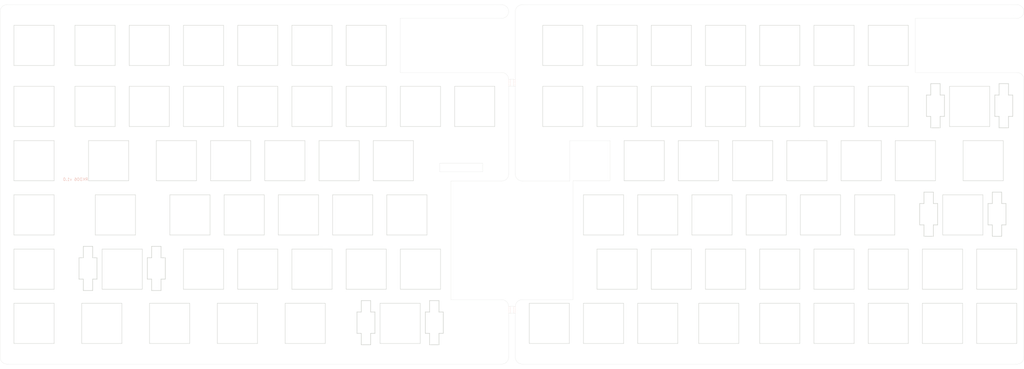
<source format=kicad_pcb>
(kicad_pcb (version 20240108) (generator "pcbnew") (generator_version "8.0")
  (layers (0 "F.Cu" signal) (31 "B.Cu" signal) (34 "B.Paste" user) (35 "F.Paste" user) (36 "B.SilkS" user "B.Silkscreen") (37 "F.SilkS" user "F.Silkscreen") (38 "B.Mask" user) (39 "F.Mask" user) (44 "Edge.Cuts" user))
  (net 0 "")
  (footprint "Rikkodo_FootPrint:rkd_Top_ChocV1V2byV1_2u" (layer "F.Cu") (at 83.34375 126.20625)
    (property "Reference" "SW11" (hide yes))
    (property "Value" "SW_Push" (hide yes))
    (fp_line (start -15.15 -4) (end -15.15 3.5) (stroke (width 0.2)) (layer "Edge.Cuts"))
    (fp_line (start -13.65 -8) (end -13.65 -4) (stroke (width 0.2)) (layer "Edge.Cuts"))
    (fp_line (start -13.65 -8) (end -10.35 -8) (stroke (width 0.2)) (layer "Edge.Cuts"))
    (fp_line (start -13.65 -4) (end -15.15 -4) (stroke (width 0.2)) (layer "Edge.Cuts"))
    (fp_line (start -13.65 3.5) (end -15.15 3.5) (stroke (width 0.2)) (layer "Edge.Cuts"))
    (fp_line (start -13.65 7.5) (end -13.65 3.5) (stroke (width 0.2)) (layer "Edge.Cuts"))
    (fp_line (start -10.35 -8) (end -10.35 -4) (stroke (width 0.2)) (layer "Edge.Cuts"))
    (fp_line (start -10.35 -4) (end -8.85 -4) (stroke (width 0.2)) (layer "Edge.Cuts"))
    (fp_line (start -10.35 3.5) (end -8.85 3.5) (stroke (width 0.2)) (layer "Edge.Cuts"))
    (fp_line (start -10.35 7.5) (end -13.65 7.5) (stroke (width 0.2)) (layer "Edge.Cuts"))
    (fp_line (start -10.35 7.5) (end -10.35 3.5) (stroke (width 0.2)) (layer "Edge.Cuts"))
    (fp_line (start -8.85 -4) (end -8.85 3.5) (stroke (width 0.2)) (layer "Edge.Cuts"))
    (fp_line (start -7.05 -7.05) (end 7.05 -7.05) (stroke (width 0.15)) (layer "Edge.Cuts"))
    (fp_line (start -7.05 7.05) (end -7.05 -7.05) (stroke (width 0.15)) (layer "Edge.Cuts"))
    (fp_line (start 7.05 -7.05) (end 7.05 7.05) (stroke (width 0.15)) (layer "Edge.Cuts"))
    (fp_line (start 7.05 7.05) (end -7.05 7.05) (stroke (width 0.15)) (layer "Edge.Cuts"))
    (fp_line (start 8.85 -4) (end 8.85 3.5) (stroke (width 0.2)) (layer "Edge.Cuts"))
    (fp_line (start 10.35 -8) (end 10.35 -4) (stroke (width 0.2)) (layer "Edge.Cuts"))
    (fp_line (start 10.35 -8) (end 13.65 -8) (stroke (width 0.2)) (layer "Edge.Cuts"))
    (fp_line (start 10.35 -4) (end 8.85 -4) (stroke (width 0.2)) (layer "Edge.Cuts"))
    (fp_line (start 10.35 3.5) (end 8.85 3.5) (stroke (width 0.2)) (layer "Edge.Cuts"))
    (fp_line (start 10.35 7.5) (end 10.35 3.5) (stroke (width 0.2)) (layer "Edge.Cuts"))
    (fp_line (start 13.65 -8) (end 13.65 -4) (stroke (width 0.2)) (layer "Edge.Cuts"))
    (fp_line (start 13.65 -4) (end 15.15 -4) (stroke (width 0.2)) (layer "Edge.Cuts"))
    (fp_line (start 13.65 3.5) (end 15.15 3.5) (stroke (width 0.2)) (layer "Edge.Cuts"))
    (fp_line (start 13.65 7.5) (end 10.35 7.5) (stroke (width 0.2)) (layer "Edge.Cuts"))
    (fp_line (start 13.65 7.5) (end 13.65 3.5) (stroke (width 0.2)) (layer "Edge.Cuts"))
    (fp_line (start 15.15 -4) (end 15.15 3.5) (stroke (width 0.2)) (layer "Edge.Cuts"))
  )
  (footprint "kbd_SW_Hole:SW_Hole_1u" (layer "F.Cu") (at 352.425 69.05625)
    (property "Reference" "SW88" (hide yes))
    (property "Value" "SW_Push" (hide yes))
    (fp_line (start -7.05 -7.05) (end 7.05 -7.05) (stroke (width 0.15)) (layer "Edge.Cuts"))
    (fp_line (start -7.05 7.05) (end -7.05 -7.05) (stroke (width 0.15)) (layer "Edge.Cuts"))
    (fp_line (start 7.05 -7.05) (end 7.05 7.05) (stroke (width 0.15)) (layer "Edge.Cuts"))
    (fp_line (start 7.05 7.05) (end -7.05 7.05) (stroke (width 0.15)) (layer "Edge.Cuts"))
  )
  (footprint "kbd_Hole:m2_Screw_Hole" (layer "F.Cu") (at 176.2125 35.71875)
    (property "Reference" "Ref**")
    (property "Value" "Val**")
    (pad "" np_thru_hole circle (at 0 0) (size 2.2 2.2) (drill 2.2) (layers "*.Cu" "*.Mask" "In1.Cu" "In2.Cu" "In3.Cu" "In4.Cu" "In5.Cu" "In6.Cu" "In7.Cu" "In8.Cu" "In9.Cu" "In10.Cu" "In11.Cu" "In12.Cu" "In13.Cu" "In14.Cu" "In15.Cu" "In16.Cu" "In17.Cu" "In18.Cu" "In19.Cu" "In20.Cu" "In21.Cu" "In22.Cu" "In23.Cu" "In24.Cu" "In25.Cu" "In26.Cu" "In27.Cu" "In28.Cu" "In29.Cu" "In30.Cu"))
  )
  (footprint "Rikkodo_FootPrint:rkd_KeyHall_3wx15" (layer "F.Cu") (at 202.40625 90.4875)
    (property "Reference" "LED28" (hide yes))
    (property "Value" "LED_SK6812MINI-E" (hide yes))
    (fp_line (start -7.525 1.5375) (end -7.525 -1.5375) (stroke (width 0.05)) (layer "Edge.Cuts"))
    (fp_line (start 7.525 -1.5375) (end -7.525 -1.5375) (stroke (width 0.05)) (layer "Edge.Cuts"))
    (fp_line (start 7.525 -1.5375) (end 7.525 1.5375) (stroke (width 0.05)) (layer "Edge.Cuts"))
    (fp_line (start 7.525 1.5375) (end -7.525 1.5375) (stroke (width 0.05)) (layer "Edge.Cuts"))
  )
  (footprint "kbd_SW_Hole:SW_Hole_1.25u" (layer "F.Cu") (at 147.6375 145.25625)
    (property "Reference" "SW30" (hide yes))
    (property "Value" "SW_Push" (hide yes))
    (fp_line (start -7.05 -7.05) (end 7.05 -7.05) (stroke (width 0.15)) (layer "Edge.Cuts"))
    (fp_line (start -7.05 7.05) (end -7.05 -7.05) (stroke (width 0.15)) (layer "Edge.Cuts"))
    (fp_line (start 7.05 -7.05) (end 7.05 7.05) (stroke (width 0.15)) (layer "Edge.Cuts"))
    (fp_line (start 7.05 7.05) (end -7.05 7.05) (stroke (width 0.15)) (layer "Edge.Cuts"))
  )
  (footprint "kbd_SW_Hole:SW_Hole_1.75u" (layer "F.Cu") (at 80.9625 107.15625)
    (property "Reference" "SW10" (hide yes))
    (property "Value" "SW_Push" (hide yes))
    (fp_line (start -7.05 -7.05) (end 7.05 -7.05) (stroke (width 0.15)) (layer "Edge.Cuts"))
    (fp_line (start -7.05 7.05) (end -7.05 -7.05) (stroke (width 0.15)) (layer "Edge.Cuts"))
    (fp_line (start 7.05 -7.05) (end 7.05 7.05) (stroke (width 0.15)) (layer "Edge.Cuts"))
    (fp_line (start 7.05 7.05) (end -7.05 7.05) (stroke (width 0.15)) (layer "Edge.Cuts"))
  )
  (footprint "kbd_SW_Hole:SW_Hole_1u" (layer "F.Cu") (at 52.3875 88.10625)
    (property "Reference" "SW3" (hide yes))
    (property "Value" "SW_Push" (hide yes))
    (fp_line (start -7.05 -7.05) (end 7.05 -7.05) (stroke (width 0.15)) (layer "Edge.Cuts"))
    (fp_line (start -7.05 7.05) (end -7.05 -7.05) (stroke (width 0.15)) (layer "Edge.Cuts"))
    (fp_line (start 7.05 -7.05) (end 7.05 7.05) (stroke (width 0.15)) (layer "Edge.Cuts"))
    (fp_line (start 7.05 7.05) (end -7.05 7.05) (stroke (width 0.15)) (layer "Edge.Cuts"))
  )
  (footprint "kbd_Hole:m2_Screw_Hole" (layer "F.Cu") (at 300.0375 116.68125)
    (property "Reference" "Ref**")
    (property "Value" "Val**")
    (pad "" np_thru_hole circle (at 0 0) (size 2.2 2.2) (drill 2.2) (layers "*.Cu" "*.Mask" "In1.Cu" "In2.Cu" "In3.Cu" "In4.Cu" "In5.Cu" "In6.Cu" "In7.Cu" "In8.Cu" "In9.Cu" "In10.Cu" "In11.Cu" "In12.Cu" "In13.Cu" "In14.Cu" "In15.Cu" "In16.Cu" "In17.Cu" "In18.Cu" "In19.Cu" "In20.Cu" "In21.Cu" "In22.Cu" "In23.Cu" "In24.Cu" "In25.Cu" "In26.Cu" "In27.Cu" "In28.Cu" "In29.Cu" "In30.Cu"))
  )
  (footprint "kbd_SW_Hole:SW_Hole_1.5u" (layer "F.Cu") (at 385.7625 88.10625)
    (property "Reference" "SW95" (hide yes))
    (property "Value" "SW_Push" (hide yes))
    (fp_line (start -7.05 -7.05) (end 7.05 -7.05) (stroke (width 0.15)) (layer "Edge.Cuts"))
    (fp_line (start -7.05 7.05) (end -7.05 -7.05) (stroke (width 0.15)) (layer "Edge.Cuts"))
    (fp_line (start 7.05 -7.05) (end 7.05 7.05) (stroke (width 0.15)) (layer "Edge.Cuts"))
    (fp_line (start 7.05 7.05) (end -7.05 7.05) (stroke (width 0.15)) (layer "Edge.Cuts"))
  )
  (footprint "kbd_SW_Hole:SW_Hole_1u" (layer "F.Cu") (at 73.81875 47.625)
    (property "Reference" "SW7" (hide yes))
    (property "Value" "SW_Push" (hide yes))
    (fp_line (start -7.05 -7.05) (end 7.05 -7.05) (stroke (width 0.15)) (layer "Edge.Cuts"))
    (fp_line (start -7.05 7.05) (end -7.05 -7.05) (stroke (width 0.15)) (layer "Edge.Cuts"))
    (fp_line (start 7.05 -7.05) (end 7.05 7.05) (stroke (width 0.15)) (layer "Edge.Cuts"))
    (fp_line (start 7.05 7.05) (end -7.05 7.05) (stroke (width 0.15)) (layer "Edge.Cuts"))
  )
  (footprint "Rikkodo_FootPrint:rkd_cutdot" (layer "F.Cu") (at 219.371969 140.49375 90)
    (property "Reference" "REF**" (hide yes))
    (property "Value" "rkd_cutdot" (hide yes))
    (fp_line (start 1.190624 0.297656) (end 1.190482 -0.297479) (stroke (width 0.05)) (layer "Edge.Cuts"))
    (fp_line (start -1.190628 0.297656) (end -1.190768 -0.297479) (stroke (width 0.05)) (layer "Edge.Cuts"))
    (pad "" np_thru_hole circle (at -0.893198 0.000356 180) (size 0.5 0.5) (drill 0.5) (layers "*.Cu" "*.Mask" "In1.Cu" "In2.Cu" "In3.Cu" "In4.Cu" "In5.Cu" "In6.Cu" "In7.Cu" "In8.Cu" "In9.Cu" "In10.Cu" "In11.Cu" "In12.Cu" "In13.Cu" "In14.Cu" "In15.Cu" "In16.Cu" "In17.Cu" "In18.Cu" "In19.Cu" "In20.Cu" "In21.Cu" "In22.Cu" "In23.Cu" "In24.Cu" "In25.Cu" "In26.Cu" "In27.Cu" "In28.Cu" "In29.Cu" "In30.Cu"))
    (pad "" np_thru_hole circle (at -0.297886 0.000356 180) (size 0.5 0.5) (drill 0.5) (layers "*.Cu" "*.Mask" "In1.Cu" "In2.Cu" "In3.Cu" "In4.Cu" "In5.Cu" "In6.Cu" "In7.Cu" "In8.Cu" "In9.Cu" "In10.Cu" "In11.Cu" "In12.Cu" "In13.Cu" "In14.Cu" "In15.Cu" "In16.Cu" "In17.Cu" "In18.Cu" "In19.Cu" "In20.Cu" "In21.Cu" "In22.Cu" "In23.Cu" "In24.Cu" "In25.Cu" "In26.Cu" "In27.Cu" "In28.Cu" "In29.Cu" "In30.Cu"))
    (pad "" np_thru_hole circle (at 0.297426 0.000356 180) (size 0.5 0.5) (drill 0.5) (layers "*.Cu" "*.Mask" "In1.Cu" "In2.Cu" "In3.Cu" "In4.Cu" "In5.Cu" "In6.Cu" "In7.Cu" "In8.Cu" "In9.Cu" "In10.Cu" "In11.Cu" "In12.Cu" "In13.Cu" "In14.Cu" "In15.Cu" "In16.Cu" "In17.Cu" "In18.Cu" "In19.Cu" "In20.Cu" "In21.Cu" "In22.Cu" "In23.Cu" "In24.Cu" "In25.Cu" "In26.Cu" "In27.Cu" "In28.Cu" "In29.Cu" "In30.Cu"))
    (pad "" np_thru_hole circle (at 0.892738 0.000356 180) (size 0.5 0.5) (drill 0.5) (layers "*.Cu" "*.Mask" "In1.Cu" "In2.Cu" "In3.Cu" "In4.Cu" "In5.Cu" "In6.Cu" "In7.Cu" "In8.Cu" "In9.Cu" "In10.Cu" "In11.Cu" "In12.Cu" "In13.Cu" "In14.Cu" "In15.Cu" "In16.Cu" "In17.Cu" "In18.Cu" "In19.Cu" "In20.Cu" "In21.Cu" "In22.Cu" "In23.Cu" "In24.Cu" "In25.Cu" "In26.Cu" "In27.Cu" "In28.Cu" "In29.Cu" "In30.Cu"))
  )
  (footprint "kbd_SW_Hole:SW_Hole_1u" (layer "F.Cu") (at 102.39375 88.10625)
    (property "Reference" "SW15" (hide yes))
    (property "Value" "SW_Push" (hide yes))
    (fp_line (start -7.05 -7.05) (end 7.05 -7.05) (stroke (width 0.15)) (layer "Edge.Cuts"))
    (fp_line (start -7.05 7.05) (end -7.05 -7.05) (stroke (width 0.15)) (layer "Edge.Cuts"))
    (fp_line (start 7.05 -7.05) (end 7.05 7.05) (stroke (width 0.15)) (layer "Edge.Cuts"))
    (fp_line (start 7.05 7.05) (end -7.05 7.05) (stroke (width 0.15)) (layer "Edge.Cuts"))
  )
  (footprint "kbd_SW_Hole:SW_Hole_1u" (layer "F.Cu") (at 52.3875 126.20625)
    (property "Reference" "SW5" (hide yes))
    (property "Value" "SW_Push" (hide yes))
    (fp_line (start -7.05 -7.05) (end 7.05 -7.05) (stroke (width 0.15)) (layer "Edge.Cuts"))
    (fp_line (start -7.05 7.05) (end -7.05 -7.05) (stroke (width 0.15)) (layer "Edge.Cuts"))
    (fp_line (start 7.05 -7.05) (end 7.05 7.05) (stroke (width 0.15)) (layer "Edge.Cuts"))
    (fp_line (start 7.05 7.05) (end -7.05 7.05) (stroke (width 0.15)) (layer "Edge.Cuts"))
  )
  (footprint "Rikkodo_FootPrint:rkd_cutdot" (layer "F.Cu") (at 221.158231 60.721682 90)
    (property "Reference" "REF**" (hide yes))
    (property "Value" "rkd_cutdot" (hide yes))
    (fp_line (start 1.190624 0.297656) (end 1.190482 -0.297479) (stroke (width 0.05)) (layer "Edge.Cuts"))
    (fp_line (start -1.190628 0.297656) (end -1.190768 -0.297479) (stroke (width 0.05)) (layer "Edge.Cuts"))
    (pad "" np_thru_hole circle (at -0.893198 0.000356 180) (size 0.5 0.5) (drill 0.5) (layers "*.Cu" "*.Mask" "In1.Cu" "In2.Cu" "In3.Cu" "In4.Cu" "In5.Cu" "In6.Cu" "In7.Cu" "In8.Cu" "In9.Cu" "In10.Cu" "In11.Cu" "In12.Cu" "In13.Cu" "In14.Cu" "In15.Cu" "In16.Cu" "In17.Cu" "In18.Cu" "In19.Cu" "In20.Cu" "In21.Cu" "In22.Cu" "In23.Cu" "In24.Cu" "In25.Cu" "In26.Cu" "In27.Cu" "In28.Cu" "In29.Cu" "In30.Cu"))
    (pad "" np_thru_hole circle (at -0.297886 0.000356 180) (size 0.5 0.5) (drill 0.5) (layers "*.Cu" "*.Mask" "In1.Cu" "In2.Cu" "In3.Cu" "In4.Cu" "In5.Cu" "In6.Cu" "In7.Cu" "In8.Cu" "In9.Cu" "In10.Cu" "In11.Cu" "In12.Cu" "In13.Cu" "In14.Cu" "In15.Cu" "In16.Cu" "In17.Cu" "In18.Cu" "In19.Cu" "In20.Cu" "In21.Cu" "In22.Cu" "In23.Cu" "In24.Cu" "In25.Cu" "In26.Cu" "In27.Cu" "In28.Cu" "In29.Cu" "In30.Cu"))
    (pad "" np_thru_hole circle (at 0.297426 0.000356 180) (size 0.5 0.5) (drill 0.5) (layers "*.Cu" "*.Mask" "In1.Cu" "In2.Cu" "In3.Cu" "In4.Cu" "In5.Cu" "In6.Cu" "In7.Cu" "In8.Cu" "In9.Cu" "In10.Cu" "In11.Cu" "In12.Cu" "In13.Cu" "In14.Cu" "In15.Cu" "In16.Cu" "In17.Cu" "In18.Cu" "In19.Cu" "In20.Cu" "In21.Cu" "In22.Cu" "In23.Cu" "In24.Cu" "In25.Cu" "In26.Cu" "In27.Cu" "In28.Cu" "In29.Cu" "In30.Cu"))
    (pad "" np_thru_hole circle (at 0.892738 0.000356 180) (size 0.5 0.5) (drill 0.5) (layers "*.Cu" "*.Mask" "In1.Cu" "In2.Cu" "In3.Cu" "In4.Cu" "In5.Cu" "In6.Cu" "In7.Cu" "In8.Cu" "In9.Cu" "In10.Cu" "In11.Cu" "In12.Cu" "In13.Cu" "In14.Cu" "In15.Cu" "In16.Cu" "In17.Cu" "In18.Cu" "In19.Cu" "In20.Cu" "In21.Cu" "In22.Cu" "In23.Cu" "In24.Cu" "In25.Cu" "In26.Cu" "In27.Cu" "In28.Cu" "In29.Cu" "In30.Cu"))
  )
  (footprint "kbd_SW_Hole:SW_Hole_1u" (layer "F.Cu") (at 252.4125 107.15625)
    (property "Reference" "SW60" (hide yes))
    (property "Value" "SW_Push" (hide yes))
    (fp_line (start -7.05 -7.05) (end 7.05 -7.05) (stroke (width 0.15)) (layer "Edge.Cuts"))
    (fp_line (start -7.05 7.05) (end -7.05 -7.05) (stroke (width 0.15)) (layer "Edge.Cuts"))
    (fp_line (start 7.05 -7.05) (end 7.05 7.05) (stroke (width 0.15)) (layer "Edge.Cuts"))
    (fp_line (start 7.05 7.05) (end -7.05 7.05) (stroke (width 0.15)) (layer "Edge.Cuts"))
  )
  (footprint "kbd_SW_Hole:SW_Hole_1.25u" (layer "F.Cu") (at 100.0125 145.25625)
    (property "Reference" "SW18" (hide yes))
    (property "Value" "SW_Push" (hide yes))
    (fp_line (start -7.05 -7.05) (end 7.05 -7.05) (stroke (width 0.15)) (layer "Edge.Cuts"))
    (fp_line (start -7.05 7.05) (end -7.05 -7.05) (stroke (width 0.15)) (layer "Edge.Cuts"))
    (fp_line (start 7.05 -7.05) (end 7.05 7.05) (stroke (width 0.15)) (layer "Edge.Cuts"))
    (fp_line (start 7.05 7.05) (end -7.05 7.05) (stroke (width 0.15)) (layer "Edge.Cuts"))
  )
  (footprint "kbd_SW_Hole:SW_Hole_1u" (layer "F.Cu") (at 111.91875 47.625)
    (property "Reference" "SW19" (hide yes))
    (property "Value" "SW_Push" (hide yes))
    (fp_line (start -7.05 -7.05) (end 7.05 -7.05) (stroke (width 0.15)) (layer "Edge.Cuts"))
    (fp_line (start -7.05 7.05) (end -7.05 -7.05) (stroke (width 0.15)) (layer "Edge.Cuts"))
    (fp_line (start 7.05 -7.05) (end 7.05 7.05) (stroke (width 0.15)) (layer "Edge.Cuts"))
    (fp_line (start 7.05 7.05) (end -7.05 7.05) (stroke (width 0.15)) (layer "Edge.Cuts"))
  )
  (footprint "kbd_SW_Hole:SW_Hole_1u" (layer "F.Cu") (at 342.9 88.10625)
    (property "Reference" "SW83" (hide yes))
    (property "Value" "SW_Push" (hide yes))
    (fp_line (start -7.05 -7.05) (end 7.05 -7.05) (stroke (width 0.15)) (layer "Edge.Cuts"))
    (fp_line (start -7.05 7.05) (end -7.05 -7.05) (stroke (width 0.15)) (layer "Edge.Cuts"))
    (fp_line (start 7.05 -7.05) (end 7.05 7.05) (stroke (width 0.15)) (layer "Edge.Cuts"))
    (fp_line (start 7.05 7.05) (end -7.05 7.05) (stroke (width 0.15)) (layer "Edge.Cuts"))
  )
  (footprint "kbd_SW_Hole:SW_Hole_1u" (layer "F.Cu") (at 111.91875 126.20625)
    (property "Reference" "SW17" (hide yes))
    (property "Value" "SW_Push" (hide yes))
    (fp_line (start -7.05 -7.05) (end 7.05 -7.05) (stroke (width 0.15)) (layer "Edge.Cuts"))
    (fp_line (start -7.05 7.05) (end -7.05 -7.05) (stroke (width 0.15)) (layer "Edge.Cuts"))
    (fp_line (start 7.05 -7.05) (end 7.05 7.05) (stroke (width 0.15)) (layer "Edge.Cuts"))
    (fp_line (start 7.05 7.05) (end -7.05 7.05) (stroke (width 0.15)) (layer "Edge.Cuts"))
  )
  (footprint "kbd_SW_Hole:SW_Hole_1u" (layer "F.Cu") (at 371.475 126.20625)
    (property "Reference" "SW91" (hide yes))
    (property "Value" "SW_Push" (hide yes))
    (fp_line (start -7.05 -7.05) (end 7.05 -7.05) (stroke (width 0.15)) (layer "Edge.Cuts"))
    (fp_line (start -7.05 7.05) (end -7.05 -7.05) (stroke (width 0.15)) (layer "Edge.Cuts"))
    (fp_line (start 7.05 -7.05) (end 7.05 7.05) (stroke (width 0.15)) (layer "Edge.Cuts"))
    (fp_line (start 7.05 7.05) (end -7.05 7.05) (stroke (width 0.15)) (layer "Edge.Cuts"))
  )
  (footprint "kbd_SW_Hole:SW_Hole_1u" (layer "F.Cu") (at 238.125 47.625)
    (property "Reference" "SW51" (hide yes))
    (property "Value" "SW_Push" (hide yes))
    (fp_line (start -7.05 -7.05) (end 7.05 -7.05) (stroke (width 0.15)) (layer "Edge.Cuts"))
    (fp_line (start -7.05 7.05) (end -7.05 -7.05) (stroke (width 0.15)) (layer "Edge.Cuts"))
    (fp_line (start 7.05 -7.05) (end 7.05 7.05) (stroke (width 0.15)) (layer "Edge.Cuts"))
    (fp_line (start 7.05 7.05) (end -7.05 7.05) (stroke (width 0.15)) (layer "Edge.Cuts"))
  )
  (footprint "kbd_SW_Hole:SW_Hole_1u" (layer "F.Cu") (at 252.4125 145.25625)
    (property "Reference" "SW56" (hide yes))
    (property "Value" "SW_Push" (hide yes))
    (fp_line (start -7.05 -7.05) (end 7.05 -7.05) (stroke (width 0.15)) (layer "Edge.Cuts"))
    (fp_line (start -7.05 7.05) (end -7.05 -7.05) (stroke (width 0.15)) (layer "Edge.Cuts"))
    (fp_line (start 7.05 -7.05) (end 7.05 7.05) (stroke (width 0.15)) (layer "Edge.Cuts"))
    (fp_line (start 7.05 7.05) (end -7.05 7.05) (stroke (width 0.15)) (layer "Edge.Cuts"))
  )
  (footprint "kbd_SW_Hole:SW_Hole_1u" (layer "F.Cu") (at 52.3875 69.05625)
    (property "Reference" "SW2" (hide yes))
    (property "Value" "SW_Push" (hide yes))
    (fp_line (start -7.05 -7.05) (end 7.05 -7.05) (stroke (width 0.15)) (layer "Edge.Cuts"))
    (fp_line (start -7.05 7.05) (end -7.05 -7.05) (stroke (width 0.15)) (layer "Edge.Cuts"))
    (fp_line (start 7.05 -7.05) (end 7.05 7.05) (stroke (width 0.15)) (layer "Edge.Cuts"))
    (fp_line (start 7.05 7.05) (end -7.05 7.05) (stroke (width 0.15)) (layer "Edge.Cuts"))
  )
  (footprint "kbd_SW_Hole:SW_Hole_1u" (layer "F.Cu") (at 169.06875 126.20625)
    (property "Reference" "SW35" (hide yes))
    (property "Value" "SW_Push" (hide yes))
    (fp_line (start -7.05 -7.05) (end 7.05 -7.05) (stroke (width 0.15)) (layer "Edge.Cuts"))
    (fp_line (start -7.05 7.05) (end -7.05 -7.05) (stroke (width 0.15)) (layer "Edge.Cuts"))
    (fp_line (start 7.05 -7.05) (end 7.05 7.05) (stroke (width 0.15)) (layer "Edge.Cuts"))
    (fp_line (start 7.05 7.05) (end -7.05 7.05) (stroke (width 0.15)) (layer "Edge.Cuts"))
  )
  (footprint "kbd_SW_Hole:SW_Hole_1u" (layer "F.Cu") (at 314.325 145.25625)
    (property "Reference" "SW74" (hide yes))
    (property "Value" "SW_Push" (hide yes))
    (fp_line (start -7.05 -7.05) (end 7.05 -7.05) (stroke (width 0.15)) (layer "Edge.Cuts"))
    (fp_line (start -7.05 7.05) (end -7.05 -7.05) (stroke (width 0.15)) (layer "Edge.Cuts"))
    (fp_line (start 7.05 -7.05) (end 7.05 7.05) (stroke (width 0.15)) (layer "Edge.Cuts"))
    (fp_line (start 7.05 7.05) (end -7.05 7.05) (stroke (width 0.15)) (layer "Edge.Cuts"))
  )
  (footprint "kbd_SW_Hole:SW_Hole_1u" (layer "F.Cu") (at 352.425 47.625)
    (property "Reference" "SW87" (hide yes))
    (property "Value" "SW_Push" (hide yes))
    (fp_line (start -7.05 -7.05) (end 7.05 -7.05) (stroke (width 0.15)) (layer "Edge.Cuts"))
    (fp_line (start -7.05 7.05) (end -7.05 -7.05) (stroke (width 0.15)) (layer "Edge.Cuts"))
    (fp_line (start 7.05 -7.05) (end 7.05 7.05) (stroke (width 0.15)) (layer "Edge.Cuts"))
    (fp_line (start 7.05 7.05) (end -7.05 7.05) (stroke (width 0.15)) (layer "Edge.Cuts"))
  )
  (footprint "kbd_SW_Hole:SW_Hole_1u" (layer "F.Cu") (at 285.75 88.10625)
    (property "Reference" "SW65" (hide yes))
    (property "Value" "SW_Push" (hide yes))
    (fp_line (start -7.05 -7.05) (end 7.05 -7.05) (stroke (width 0.15)) (layer "Edge.Cuts"))
    (fp_line (start -7.05 7.05) (end -7.05 -7.05) (stroke (width 0.15)) (layer "Edge.Cuts"))
    (fp_line (start 7.05 -7.05) (end 7.05 7.05) (stroke (width 0.15)) (layer "Edge.Cuts"))
    (fp_line (start 7.05 7.05) (end -7.05 7.05) (stroke (width 0.15)) (layer "Edge.Cuts"))
  )
  (footprint "kbd_SW_Hole:SW_Hole_1u" (layer "F.Cu") (at 130.96875 69.05625)
    (property "Reference" "SW26" (hide yes))
    (property "Value" "SW_Push" (hide yes))
    (fp_line (start -7.05 -7.05) (end 7.05 -7.05) (stroke (width 0.15)) (layer "Edge.Cuts"))
    (fp_line (start -7.05 7.05) (end -7.05 -7.05) (stroke (width 0.15)) (layer "Edge.Cuts"))
    (fp_line (start 7.05 -7.05) (end 7.05 7.05) (stroke (width 0.15)) (layer "Edge.Cuts"))
    (fp_line (start 7.05 7.05) (end -7.05 7.05) (stroke (width 0.15)) (layer "Edge.Cuts"))
  )
  (footprint "kbd_Hole:m2_Screw_Hole" (layer "F.Cu") (at 395.2875 35.71875)
    (property "Reference" "Ref**")
    (property "Value" "Val**")
    (pad "" np_thru_hole circle (at 0 0) (size 2.2 2.2) (drill 2.2) (layers "*.Cu" "*.Mask" "In1.Cu" "In2.Cu" "In3.Cu" "In4.Cu" "In5.Cu" "In6.Cu" "In7.Cu" "In8.Cu" "In9.Cu" "In10.Cu" "In11.Cu" "In12.Cu" "In13.Cu" "In14.Cu" "In15.Cu" "In16.Cu" "In17.Cu" "In18.Cu" "In19.Cu" "In20.Cu" "In21.Cu" "In22.Cu" "In23.Cu" "In24.Cu" "In25.Cu" "In26.Cu" "In27.Cu" "In28.Cu" "In29.Cu" "In30.Cu"))
  )
  (footprint "kbd_SW_Hole:SW_Hole_1u" (layer "F.Cu") (at 295.275 126.20625)
    (property "Reference" "SW67" (hide yes))
    (property "Value" "SW_Push" (hide yes))
    (fp_line (start -7.05 -7.05) (end 7.05 -7.05) (stroke (width 0.15)) (layer "Edge.Cuts"))
    (fp_line (start -7.05 7.05) (end -7.05 -7.05) (stroke (width 0.15)) (layer "Edge.Cuts"))
    (fp_line (start 7.05 -7.05) (end 7.05 7.05) (stroke (width 0.15)) (layer "Edge.Cuts"))
    (fp_line (start 7.05 7.05) (end -7.05 7.05) (stroke (width 0.15)) (layer "Edge.Cuts"))
  )
  (footprint "kbd_SW_Hole:SW_Hole_1u" (layer "F.Cu") (at 92.86875 69.05625)
    (property "Reference" "SW14" (hide yes))
    (property "Value" "SW_Push" (hide yes))
    (fp_line (start -7.05 -7.05) (end 7.05 -7.05) (stroke (width 0.15)) (layer "Edge.Cuts"))
    (fp_line (start -7.05 7.05) (end -7.05 -7.05) (stroke (width 0.15)) (layer "Edge.Cuts"))
    (fp_line (start 7.05 -7.05) (end 7.05 7.05) (stroke (width 0.15)) (layer "Edge.Cuts"))
    (fp_line (start 7.05 7.05) (end -7.05 7.05) (stroke (width 0.15)) (layer "Edge.Cuts"))
  )
  (footprint "kbd_SW_Hole:SW_Hole_1u" (layer "F.Cu") (at 169.06875 69.05625)
    (property "Reference" "SW38" (hide yes))
    (property "Value" "SW_Push" (hide yes))
    (fp_line (start -7.05 -7.05) (end 7.05 -7.05) (stroke (width 0.15)) (layer "Edge.Cuts"))
    (fp_line (start -7.05 7.05) (end -7.05 -7.05) (stroke (width 0.15)) (layer "Edge.Cuts"))
    (fp_line (start 7.05 -7.05) (end 7.05 7.05) (stroke (width 0.15)) (layer "Edge.Cuts"))
    (fp_line (start 7.05 7.05) (end -7.05 7.05) (stroke (width 0.15)) (layer "Edge.Cuts"))
  )
  (footprint "kbd_SW_Hole:SW_Hole_1u" (layer "F.Cu") (at 309.5625 107.15625)
    (property "Reference" "SW78" (hide yes))
    (property "Value" "SW_Push" (hide yes))
    (fp_line (start -7.05 -7.05) (end 7.05 -7.05) (stroke (width 0.15)) (layer "Edge.Cuts"))
    (fp_line (start -7.05 7.05) (end -7.05 -7.05) (stroke (width 0.15)) (layer "Edge.Cuts"))
    (fp_line (start 7.05 -7.05) (end 7.05 7.05) (stroke (width 0.15)) (layer "Edge.Cuts"))
    (fp_line (start 7.05 7.05) (end -7.05 7.05) (stroke (width 0.15)) (layer "Edge.Cuts"))
  )
  (footprint "kbd_Hole:m2_Screw_Hole" (layer "F.Cu") (at 214.3125 35.71875)
    (property "Reference" "Ref**")
    (property "Value" "Val**")
    (pad "" np_thru_hole circle (at 0 0) (size 2.2 2.2) (drill 2.2) (layers "*.Cu" "*.Mask" "In1.Cu" "In2.Cu" "In3.Cu" "In4.Cu" "In5.Cu" "In6.Cu" "In7.Cu" "In8.Cu" "In9.Cu" "In10.Cu" "In11.Cu" "In12.Cu" "In13.Cu" "In14.Cu" "In15.Cu" "In16.Cu" "In17.Cu" "In18.Cu" "In19.Cu" "In20.Cu" "In21.Cu" "In22.Cu" "In23.Cu" "In24.Cu" "In25.Cu" "In26.Cu" "In27.Cu" "In28.Cu" "In29.Cu" "In30.Cu"))
  )
  (footprint "kbd_SW_Hole:SW_Hole_1u" (layer "F.Cu") (at 150.01875 47.625)
    (property "Reference" "SW31" (hide yes))
    (property "Value" "SW_Push" (hide yes))
    (fp_line (start -7.05 -7.05) (end 7.05 -7.05) (stroke (width 0.15)) (layer "Edge.Cuts"))
    (fp_line (start -7.05 7.05) (end -7.05 -7.05) (stroke (width 0.15)) (layer "Edge.Cuts"))
    (fp_line (start 7.05 -7.05) (end 7.05 7.05) (stroke (width 0.15)) (layer "Edge.Cuts"))
    (fp_line (start 7.05 7.05) (end -7.05 7.05) (stroke (width 0.15)) (layer "Edge.Cuts"))
  )
  (footprint "kbd_SW_Hole:SW_Hole_1u" (layer "F.Cu") (at 333.375 145.25625)
    (property "Reference" "SW80" (hide yes))
    (property "Value" "SW_Push" (hide yes))
    (fp_line (start -7.05 -7.05) (end 7.05 -7.05) (stroke (width 0.15)) (layer "Edge.Cuts"))
    (fp_line (start -7.05 7.05) (end -7.05 -7.05) (stroke (width 0.15)) (layer "Edge.Cuts"))
    (fp_line (start 7.05 -7.05) (end 7.05 7.05) (stroke (width 0.15)) (layer "Edge.Cuts"))
    (fp_line (start 7.05 7.05) (end -7.05 7.05) (stroke (width 0.15)) (layer "Edge.Cuts"))
  )
  (footprint "kbd_SW_Hole:SW_Hole_1u" (layer "F.Cu") (at 178.59375 88.10625)
    (property "Reference" "SW40" (hide yes))
    (property "Value" "SW_Push" (hide yes))
    (fp_line (start -7.05 -7.05) (end 7.05 -7.05) (stroke (width 0.15)) (layer "Edge.Cuts"))
    (fp_line (start -7.05 7.05) (end -7.05 -7.05) (stroke (width 0.15)) (layer "Edge.Cuts"))
    (fp_line (start 7.05 -7.05) (end 7.05 7.05) (stroke (width 0.15)) (layer "Edge.Cuts"))
    (fp_line (start 7.05 7.05) (end -7.05 7.05) (stroke (width 0.15)) (layer "Edge.Cuts"))
  )
  (footprint "kbd_SW_Hole:SW_Hole_1u" (layer "F.Cu") (at 130.96875 47.625)
    (property "Reference" "SW25" (hide yes))
    (property "Value" "SW_Push" (hide yes))
    (fp_line (start -7.05 -7.05) (end 7.05 -7.05) (stroke (width 0.15)) (layer "Edge.Cuts"))
    (fp_line (start -7.05 7.05) (end -7.05 -7.05) (stroke (width 0.15)) (layer "Edge.Cuts"))
    (fp_line (start 7.05 -7.05) (end 7.05 7.05) (stroke (width 0.15)) (layer "Edge.Cuts"))
    (fp_line (start 7.05 7.05) (end -7.05 7.05) (stroke (width 0.15)) (layer "Edge.Cuts"))
  )
  (footprint "kbd_SW_Hole:SW_Hole_1u" (layer "F.Cu") (at 257.175 47.625)
    (property "Reference" "SW57" (hide yes))
    (property "Value" "SW_Push" (hide yes))
    (fp_line (start -7.05 -7.05) (end 7.05 -7.05) (stroke (width 0.15)) (layer "Edge.Cuts"))
    (fp_line (start -7.05 7.05) (end -7.05 -7.05) (stroke (width 0.15)) (layer "Edge.Cuts"))
    (fp_line (start 7.05 -7.05) (end 7.05 7.05) (stroke (width 0.15)) (layer "Edge.Cuts"))
    (fp_line (start 7.05 7.05) (end -7.05 7.05) (stroke (width 0.15)) (layer "Edge.Cuts"))
  )
  (footprint "kbd_SW_Hole:SW_Hole_1u" (layer "F.Cu") (at 52.3875 47.625)
    (property "Reference" "SW1" (hide yes))
    (property "Value" "SW_Push" (hide yes))
    (fp_line (start -7.05 -7.05) (end 7.05 -7.05) (stroke (width 0.15)) (layer "Edge.Cuts"))
    (fp_line (start -7.05 7.05) (end -7.05 -7.05) (stroke (width 0.15)) (layer "Edge.Cuts"))
    (fp_line (start 7.05 -7.05) (end 7.05 7.05) (stroke (width 0.15)) (layer "Edge.Cuts"))
    (fp_line (start 7.05 7.05) (end -7.05 7.05) (stroke (width 0.15)) (layer "Edge.Cuts"))
  )
  (footprint "kbd_SW_Hole:SW_Hole_1u" (layer "F.Cu") (at 295.275 69.05625)
    (property "Reference" "SW70" (hide yes))
    (property "Value" "SW_Push" (hide yes))
    (fp_line (start -7.05 -7.05) (end 7.05 -7.05) (stroke (width 0.15)) (layer "Edge.Cuts"))
    (fp_line (start -7.05 7.05) (end -7.05 -7.05) (stroke (width 0.15)) (layer "Edge.Cuts"))
    (fp_line (start 7.05 -7.05) (end 7.05 7.05) (stroke (width 0.15)) (layer "Edge.Cuts"))
    (fp_line (start 7.05 7.05) (end -7.05 7.05) (stroke (width 0.15)) (layer "Edge.Cuts"))
  )
  (footprint "kbd_SW_Hole:SW_Hole_1u" (layer "F.Cu") (at 323.85 88.10625)
    (property "Reference" "SW77" (hide yes))
    (property "Value" "SW_Push" (hide yes))
    (fp_line (start -7.05 -7.05) (end 7.05 -7.05) (stroke (width 0.15)) (layer "Edge.Cuts"))
    (fp_line (start -7.05 7.05) (end -7.05 -7.05) (stroke (width 0.15)) (layer "Edge.Cuts"))
    (fp_line (start 7.05 -7.05) (end 7.05 7.05) (stroke (width 0.15)) (layer "Edge.Cuts"))
    (fp_line (start 7.05 7.05) (end -7.05 7.05) (stroke (width 0.15)) (layer "Edge.Cuts"))
  )
  (footprint "kbd_SW_Hole:SW_Hole_1u" (layer "F.Cu") (at 150.01875 69.05625)
    (property "Reference" "SW32" (hide yes))
    (property "Value" "SW_Push" (hide yes))
    (fp_line (start -7.05 -7.05) (end 7.05 -7.05) (stroke (width 0.15)) (layer "Edge.Cuts"))
    (fp_line (start -7.05 7.05) (end -7.05 -7.05) (stroke (width 0.15)) (layer "Edge.Cuts"))
    (fp_line (start 7.05 -7.05) (end 7.05 7.05) (stroke (width 0.15)) (layer "Edge.Cuts"))
    (fp_line (start 7.05 7.05) (end -7.05 7.05) (stroke (width 0.15)) (layer "Edge.Cuts"))
  )
  (footprint "kbd_SW_Hole:SW_Hole_1u" (layer "F.Cu") (at 361.95 88.10625)
    (property "Reference" "SW89" (hide yes))
    (property "Value" "SW_Push" (hide yes))
    (fp_line (start -7.05 -7.05) (end 7.05 -7.05) (stroke (width 0.15)) (layer "Edge.Cuts"))
    (fp_line (start -7.05 7.05) (end -7.05 -7.05) (stroke (width 0.15)) (layer "Edge.Cuts"))
    (fp_line (start 7.05 -7.05) (end 7.05 7.05) (stroke (width 0.15)) (layer "Edge.Cuts"))
    (fp_line (start 7.05 7.05) (end -7.05 7.05) (stroke (width 0.15)) (layer "Edge.Cuts"))
  )
  (footprint "kbd_SW_Hole:SW_Hole_1u" (layer "F.Cu") (at 257.175 69.05625)
    (property "Reference" "SW58" (hide yes))
    (property "Value" "SW_Push" (hide yes))
    (fp_line (start -7.05 -7.05) (end 7.05 -7.05) (stroke (width 0.15)) (layer "Edge.Cuts"))
    (fp_line (start -7.05 7.05) (end -7.05 -7.05) (stroke (width 0.15)) (layer "Edge.Cuts"))
    (fp_line (start 7.05 -7.05) (end 7.05 7.05) (stroke (width 0.15)) (layer "Edge.Cuts"))
    (fp_line (start 7.05 7.05) (end -7.05 7.05) (stroke (width 0.15)) (layer "Edge.Cuts"))
  )
  (footprint "kbd_SW_Hole:SW_Hole_1u" (layer "F.Cu") (at 121.44375 88.10625)
    (property "Reference" "SW21" (hide yes))
    (property "Value" "SW_Push" (hide yes))
    (fp_line (start -7.05 -7.05) (end 7.05 -7.05) (stroke (width 0.15)) (layer "Edge.Cuts"))
    (fp_line (start -7.05 7.05) (end -7.05 -7.05) (stroke (width 0.15)) (layer "Edge.Cuts"))
    (fp_line (start 7.05 -7.05) (end 7.05 7.05) (stroke (width 0.15)) (layer "Edge.Cuts"))
    (fp_line (start 7.05 7.05) (end -7.05 7.05) (stroke (width 0.15)) (layer "Edge.Cuts"))
  )
  (footprint "kbd_SW_Hole:SW_Hole_1u" (layer "F.Cu") (at 371.475 145.25625)
    (property "Reference" "SW92" (hide yes))
    (property "Value" "SW_Push" (hide yes))
    (fp_line (start -7.05 -7.05) (end 7.05 -7.05) (stroke (width 0.15)) (layer "Edge.Cuts"))
    (fp_line (start -7.05 7.05) (end -7.05 -7.05) (stroke (width 0.15)) (layer "Edge.Cuts"))
    (fp_line (start 7.05 -7.05) (end 7.05 7.05) (stroke (width 0.15)) (layer "Edge.Cuts"))
    (fp_line (start 7.05 7.05) (end -7.05 7.05) (stroke (width 0.15)) (layer "Edge.Cuts"))
  )
  (footprint "Rikkodo_FootPrint:rkd_Top_ChocV1V2byV1_2u" (layer "F.Cu") (at 180.975 145.25625)
    (property "Reference" "SW36" (hide yes))
    (property "Value" "SW_Push" (hide yes))
    (fp_line (start -15.15 -4) (end -15.15 3.5) (stroke (width 0.2)) (layer "Edge.Cuts"))
    (fp_line (start -13.65 -8) (end -13.65 -4) (stroke (width 0.2)) (layer "Edge.Cuts"))
    (fp_line (start -13.65 -8) (end -10.35 -8) (stroke (width 0.2)) (layer "Edge.Cuts"))
    (fp_line (start -13.65 -4) (end -15.15 -4) (stroke (width 0.2)) (layer "Edge.Cuts"))
    (fp_line (start -13.65 3.5) (end -15.15 3.5) (stroke (width 0.2)) (layer "Edge.Cuts"))
    (fp_line (start -13.65 7.5) (end -13.65 3.5) (stroke (width 0.2)) (layer "Edge.Cuts"))
    (fp_line (start -10.35 -8) (end -10.35 -4) (stroke (width 0.2)) (layer "Edge.Cuts"))
    (fp_line (start -10.35 -4) (end -8.85 -4) (stroke (width 0.2)) (layer "Edge.Cuts"))
    (fp_line (start -10.35 3.5) (end -8.85 3.5) (stroke (width 0.2)) (layer "Edge.Cuts"))
    (fp_line (start -10.35 7.5) (end -13.65 7.5) (stroke (width 0.2)) (layer "Edge.Cuts"))
    (fp_line (start -10.35 7.5) (end -10.35 3.5) (stroke (width 0.2)) (layer "Edge.Cuts"))
    (fp_line (start -8.85 -4) (end -8.85 3.5) (stroke (width 0.2)) (layer "Edge.Cuts"))
    (fp_line (start -7.05 -7.05) (end 7.05 -7.05) (stroke (width 0.15)) (layer "Edge.Cuts"))
    (fp_line (start -7.05 7.05) (end -7.05 -7.05) (stroke (width 0.15)) (layer "Edge.Cuts"))
    (fp_line (start 7.05 -7.05) (end 7.05 7.05) (stroke (width 0.15)) (layer "Edge.Cuts"))
    (fp_line (start 7.05 7.05) (end -7.05 7.05) (stroke (width 0.15)) (layer "Edge.Cuts"))
    (fp_line (start 8.85 -4) (end 8.85 3.5) (stroke (width 0.2)) (layer "Edge.Cuts"))
    (fp_line (start 10.35 -8) (end 10.35 -4) (stroke (width 0.2)) (layer "Edge.Cuts"))
    (fp_line (start 10.35 -8) (end 13.65 -8) (stroke (width 0.2)) (layer "Edge.Cuts"))
    (fp_line (start 10.35 -4) (end 8.85 -4) (stroke (width 0.2)) (layer "Edge.Cuts"))
    (fp_line (start 10.35 3.5) (end 8.85 3.5) (stroke (width 0.2)) (layer "Edge.Cuts"))
    (fp_line (start 10.35 7.5) (end 10.35 3.5) (stroke (width 0.2)) (layer "Edge.Cuts"))
    (fp_line (start 13.65 -8) (end 13.65 -4) (stroke (width 0.2)) (layer "Edge.Cuts"))
    (fp_line (start 13.65 -4) (end 15.15 -4) (stroke (width 0.2)) (layer "Edge.Cuts"))
    (fp_line (start 13.65 3.5) (end 15.15 3.5) (stroke (width 0.2)) (layer "Edge.Cuts"))
    (fp_line (start 13.65 7.5) (end 10.35 7.5) (stroke (width 0.2)) (layer "Edge.Cuts"))
    (fp_line (start 13.65 7.5) (end 13.65 3.5) (stroke (width 0.2)) (layer "Edge.Cuts"))
    (fp_line (start 15.15 -4) (end 15.15 3.5) (stroke (width 0.2)) (layer "Edge.Cuts"))
  )
  (footprint "Rikkodo_FootPrint:rkd_Top_ChocV1V2byV1_2u" (layer "F.Cu") (at 378.61875 107.15625)
    (property "Reference" "SW96" (hide yes))
    (property "Value" "SW_Push" (hide yes))
    (fp_line (start -15.15 -4) (end -15.15 3.5) (stroke (width 0.2)) (layer "Edge.Cuts"))
    (fp_line (start -13.65 -8) (end -13.65 -4) (stroke (width 0.2)) (layer "Edge.Cuts"))
    (fp_line (start -13.65 -8) (end -10.35 -8) (stroke (width 0.2)) (layer "Edge.Cuts"))
    (fp_line (start -13.65 -4) (end -15.15 -4) (stroke (width 0.2)) (layer "Edge.Cuts"))
    (fp_line (start -13.65 3.5) (end -15.15 3.5) (stroke (width 0.2)) (layer "Edge.Cuts"))
    (fp_line (start -13.65 7.5) (end -13.65 3.5) (stroke (width 0.2)) (layer "Edge.Cuts"))
    (fp_line (start -10.35 -8) (end -10.35 -4) (stroke (width 0.2)) (layer "Edge.Cuts"))
    (fp_line (start -10.35 -4) (end -8.85 -4) (stroke (width 0.2)) (layer "Edge.Cuts"))
    (fp_line (start -10.35 3.5) (end -8.85 3.5) (stroke (width 0.2)) (layer "Edge.Cuts"))
    (fp_line (start -10.35 7.5) (end -13.65 7.5) (stroke (width 0.2)) (layer "Edge.Cuts"))
    (fp_line (start -10.35 7.5) (end -10.35 3.5) (stroke (width 0.2)) (layer "Edge.Cuts"))
    (fp_line (start -8.85 -4) (end -8.85 3.5) (stroke (width 0.2)) (layer "Edge.Cuts"))
    (fp_line (start -7.05 -7.05) (end 7.05 -7.05) (stroke (width 0.15)) (layer "Edge.Cuts"))
    (fp_line (start -7.05 7.05) (end -7.05 -7.05) (stroke (width 0.15)) (layer "Edge.Cuts"))
    (fp_line (start 7.05 -7.05) (end 7.05 7.05) (stroke (width 0.15)) (layer "Edge.Cuts"))
    (fp_line (start 7.05 7.05) (end -7.05 7.05) (stroke (width 0.15)) (layer "Edge.Cuts"))
    (fp_line (start 8.85 -4) (end 8.85 3.5) (stroke (width 0.2)) (layer "Edge.Cuts"))
    (fp_line (start 10.35 -8) (end 10.35 -4) (stroke (width 0.2)) (layer "Edge.Cuts"))
    (fp_line (start 10.35 -8) (end 13.65 -8) (stroke (width 0.2)) (layer "Edge.Cuts"))
    (fp_line (start 10.35 -4) (end 8.85 -4) (stroke (width 0.2)) (layer "Edge.Cuts"))
    (fp_line (start 10.35 3.5) (end 8.85 3.5) (stroke (width 0.2)) (layer "Edge.Cuts"))
    (fp_line (start 10.35 7.5) (end 10.35 3.5) (stroke (width 0.2)) (layer "Edge.Cuts"))
    (fp_line (start 13.65 -8) (end 13.65 -4) (stroke (width 0.2)) (layer "Edge.Cuts"))
    (fp_line (start 13.65 -4) (end 15.15 -4) (stroke (width 0.2)) (layer "Edge.Cuts"))
    (fp_line (start 13.65 3.5) (end 15.15 3.5) (stroke (width 0.2)) (layer "Edge.Cuts"))
    (fp_line (start 13.65 7.5) (end 10.35 7.5) (stroke (width 0.2)) (layer "Edge.Cuts"))
    (fp_line (start 13.65 7.5) (end 13.65 3.5) (stroke (width 0.2)) (layer "Edge.Cuts"))
    (fp_line (start 15.15 -4) (end 15.15 3.5) (stroke (width 0.2)) (layer "Edge.Cuts"))
  )
  (footprint "kbd_SW_Hole:SW_Hole_1u" (layer "F.Cu") (at 159.54375 88.10625)
    (property "Reference" "SW33" (hide yes))
    (property "Value" "SW_Push" (hide yes))
    (fp_line (start -7.05 -7.05) (end 7.05 -7.05) (stroke (width 0.15)) (layer "Edge.Cuts"))
    (fp_line (start -7.05 7.05) (end -7.05 -7.05) (stroke (width 0.15)) (layer "Edge.Cuts"))
    (fp_line (start 7.05 -7.05) (end 7.05 7.05) (stroke (width 0.15)) (layer "Edge.Cuts"))
    (fp_line (start 7.05 7.05) (end -7.05 7.05) (stroke (width 0.15)) (layer "Edge.Cuts"))
  )
  (footprint "kbd_SW_Hole:SW_Hole_1u" (layer "F.Cu") (at 52.3875 107.15625)
    (property "Reference" "SW4" (hide yes))
    (property "Value" "SW_Push" (hide yes))
    (fp_line (start -7.05 -7.05) (end 7.05 -7.05) (stroke (width 0.15)) (layer "Edge.Cuts"))
    (fp_line (start -7.05 7.05) (end -7.05 -7.05) (stroke (width 0.15)) (layer "Edge.Cuts"))
    (fp_line (start 7.05 -7.05) (end 7.05 7.05) (stroke (width 0.15)) (layer "Edge.Cuts"))
    (fp_line (start 7.05 7.05) (end -7.05 7.05) (stroke (width 0.15)) (layer "Edge.Cuts"))
  )
  (footprint "kbd_SW_Hole:SW_Hole_1u" (layer "F.Cu") (at 266.7 88.10625)
    (property "Reference" "SW59" (hide yes))
    (property "Value" "SW_Push" (hide yes))
    (fp_line (start -7.05 -7.05) (end 7.05 -7.05) (stroke (width 0.15)) (layer "Edge.Cuts"))
    (fp_line (start -7.05 7.05) (end -7.05 -7.05) (stroke (width 0.15)) (layer "Edge.Cuts"))
    (fp_line (start 7.05 -7.05) (end 7.05 7.05) (stroke (width 0.15)) (layer "Edge.Cuts"))
    (fp_line (start 7.05 7.05) (end -7.05 7.05) (stroke (width 0.15)) (layer "Edge.Cuts"))
  )
  (footprint "Rikkodo_FootPrint:rkd_cutdot" (layer "F.Cu") (at 219.372295 60.721912 90)
    (property "Reference" "REF**" (hide yes))
    (property "Value" "rkd_cutdot" (hide yes))
    (fp_line (start 1.190624 0.297656) (end 1.190482 -0.297479) (stroke (width 0.05)) (layer "Edge.Cuts"))
    (fp_line (start -1.190628 0.297656) (end -1.190768 -0.297479) (stroke (width 0.05)) (layer "Edge.Cuts"))
    (pad "" np_thru_hole circle (at -0.893198 0.000356 180) (size 0.5 0.5) (drill 0.5) (layers "*.Cu" "*.Mask" "In1.Cu" "In2.Cu" "In3.Cu" "In4.Cu" "In5.Cu" "In6.Cu" "In7.Cu" "In8.Cu" "In9.Cu" "In10.Cu" "In11.Cu" "In12.Cu" "In13.Cu" "In14.Cu" "In15.Cu" "In16.Cu" "In17.Cu" "In18.Cu" "In19.Cu" "In20.Cu" "In21.Cu" "In22.Cu" "In23.Cu" "In24.Cu" "In25.Cu" "In26.Cu" "In27.Cu" "In28.Cu" "In29.Cu" "In30.Cu"))
    (pad "" np_thru_hole circle (at -0.297886 0.000356 180) (size 0.5 0.5) (drill 0.5) (layers "*.Cu" "*.Mask" "In1.Cu" "In2.Cu" "In3.Cu" "In4.Cu" "In5.Cu" "In6.Cu" "In7.Cu" "In8.Cu" "In9.Cu" "In10.Cu" "In11.Cu" "In12.Cu" "In13.Cu" "In14.Cu" "In15.Cu" "In16.Cu" "In17.Cu" "In18.Cu" "In19.Cu" "In20.Cu" "In21.Cu" "In22.Cu" "In23.Cu" "In24.Cu" "In25.Cu" "In26.Cu" "In27.Cu" "In28.Cu" "In29.Cu" "In30.Cu"))
    (pad "" np_thru_hole circle (at 0.297426 0.000356 180) (size 0.5 0.5) (drill 0.5) (layers "*.Cu" "*.Mask" "In1.Cu" "In2.Cu" "In3.Cu" "In4.Cu" "In5.Cu" "In6.Cu" "In7.Cu" "In8.Cu" "In9.Cu" "In10.Cu" "In11.Cu" "In12.Cu" "In13.Cu" "In14.Cu" "In15.Cu" "In16.Cu" "In17.Cu" "In18.Cu" "In19.Cu" "In20.Cu" "In21.Cu" "In22.Cu" "In23.Cu" "In24.Cu" "In25.Cu" "In26.Cu" "In27.Cu" "In28.Cu" "In29.Cu" "In30.Cu"))
    (pad "" np_thru_hole circle (at 0.892738 0.000356 180) (size 0.5 0.5) (drill 0.5) (layers "*.Cu" "*.Mask" "In1.Cu" "In2.Cu" "In3.Cu" "In4.Cu" "In5.Cu" "In6.Cu" "In7.Cu" "In8.Cu" "In9.Cu" "In10.Cu" "In11.Cu" "In12.Cu" "In13.Cu" "In14.Cu" "In15.Cu" "In16.Cu" "In17.Cu" "In18.Cu" "In19.Cu" "In20.Cu" "In21.Cu" "In22.Cu" "In23.Cu" "In24.Cu" "In25.Cu" "In26.Cu" "In27.Cu" "In28.Cu" "In29.Cu" "In30.Cu"))
  )
  (footprint "kbd_SW_Hole:SW_Hole_1.25u" (layer "F.Cu") (at 76.2 145.25625)
    (property "Reference" "SW12" (hide yes))
    (property "Value" "SW_Push" (hide yes))
    (fp_line (start -7.05 -7.05) (end 7.05 -7.05) (stroke (width 0.15)) (layer "Edge.Cuts"))
    (fp_line (start -7.05 7.05) (end -7.05 -7.05) (stroke (width 0.15)) (layer "Edge.Cuts"))
    (fp_line (start 7.05 -7.05) (end 7.05 7.05) (stroke (width 0.15)) (layer "Edge.Cuts"))
    (fp_line (start 7.05 7.05) (end -7.05 7.05) (stroke (width 0.15)) (layer "Edge.Cuts"))
  )
  (footprint "kbd_SW_Hole:SW_Hole_1u" (layer "F.Cu") (at 352.425 126.20625)
    (property "Reference" "SW85" (hide yes))
    (property "Value" "SW_Push" (hide yes))
    (fp_line (start -7.05 -7.05) (end 7.05 -7.05) (stroke (width 0.15)) (layer "Edge.Cuts"))
    (fp_line (start -7.05 7.05) (end -7.05 -7.05) (stroke (width 0.15)) (layer "Edge.Cuts"))
    (fp_line (start 7.05 -7.05) (end 7.05 7.05) (stroke (width 0.15)) (layer "Edge.Cuts"))
    (fp_line (start 7.05 7.05) (end -7.05 7.05) (stroke (width 0.15)) (layer "Edge.Cuts"))
  )
  (footprint "kbd_SW_Hole:SW_Hole_1u" (layer "F.Cu") (at 183.35625 107.15625)
    (property "Reference" "SW41" (hide yes))
    (property "Value" "SW_Push" (hide yes))
    (fp_line (start -7.05 -7.05) (end 7.05 -7.05) (stroke (width 0.15)) (layer "Edge.Cuts"))
    (fp_line (start -7.05 7.05) (end -7.05 -7.05) (stroke (width 0.15)) (layer "Edge.Cuts"))
    (fp_line (start 7.05 -7.05) (end 7.05 7.05) (stroke (width 0.15)) (layer "Edge.Cuts"))
    (fp_line (start 7.05 7.05) (end -7.05 7.05) (stroke (width 0.15)) (layer "Edge.Cuts"))
  )
  (footprint "Rikkodo_FootPrint:rkd_Top_ChocV1V2byV1_2u" (layer "F.Cu") (at 381 69.05625)
    (property "Reference" "SW94" (hide yes))
    (property "Value" "SW_Push" (hide yes))
    (fp_line (start -15.15 -4) (end -15.15 3.5) (stroke (width 0.2)) (layer "Edge.Cuts"))
    (fp_line (start -13.65 -8) (end -13.65 -4) (stroke (width 0.2)) (layer "Edge.Cuts"))
    (fp_line (start -13.65 -8) (end -10.35 -8) (stroke (width 0.2)) (layer "Edge.Cuts"))
    (fp_line (start -13.65 -4) (end -15.15 -4) (stroke (width 0.2)) (layer "Edge.Cuts"))
    (fp_line (start -13.65 3.5) (end -15.15 3.5) (stroke (width 0.2)) (layer "Edge.Cuts"))
    (fp_line (start -13.65 7.5) (end -13.65 3.5) (stroke (width 0.2)) (layer "Edge.Cuts"))
    (fp_line (start -10.35 -8) (end -10.35 -4) (stroke (width 0.2)) (layer "Edge.Cuts"))
    (fp_line (start -10.35 -4) (end -8.85 -4) (stroke (width 0.2)) (layer "Edge.Cuts"))
    (fp_line (start -10.35 3.5) (end -8.85 3.5) (stroke (width 0.2)) (layer "Edge.Cuts"))
    (fp_line (start -10.35 7.5) (end -13.65 7.5) (stroke (width 0.2)) (layer "Edge.Cuts"))
    (fp_line (start -10.35 7.5) (end -10.35 3.5) (stroke (width 0.2)) (layer "Edge.Cuts"))
    (fp_line (start -8.85 -4) (end -8.85 3.5) (stroke (width 0.2)) (layer "Edge.Cuts"))
    (fp_line (start -7.05 -7.05) (end 7.05 -7.05) (stroke (width 0.15)) (layer "Edge.Cuts"))
    (fp_line (start -7.05 7.05) (end -7.05 -7.05) (stroke (width 0.15)) (layer "Edge.Cuts"))
    (fp_line (start 7.05 -7.05) (end 7.05 7.05) (stroke (width 0.15)) (layer "Edge.Cuts"))
    (fp_line (start 7.05 7.05) (end -7.05 7.05) (stroke (width 0.15)) (layer "Edge.Cuts"))
    (fp_line (start 8.85 -4) (end 8.85 3.5) (stroke (width 0.2)) (layer "Edge.Cuts"))
    (fp_line (start 10.35 -8) (end 10.35 -4) (stroke (width 0.2)) (layer "Edge.Cuts"))
    (fp_line (start 10.35 -8) (end 13.65 -8) (stroke (width 0.2)) (layer "Edge.Cuts"))
    (fp_line (start 10.35 -4) (end 8.85 -4) (stroke (width 0.2)) (layer "Edge.Cuts"))
    (fp_line (start 10.35 3.5) (end 8.85 3.5) (stroke (width 0.2)) (layer "Edge.Cuts"))
    (fp_line (start 10.35 7.5) (end 10.35 3.5) (stroke (width 0.2)) (layer "Edge.Cuts"))
    (fp_line (start 13.65 -8) (end 13.65 -4) (stroke (width 0.2)) (layer "Edge.Cuts"))
    (fp_line (start 13.65 -4) (end 15.15 -4) (stroke (width 0.2)) (layer "Edge.Cuts"))
    (fp_line (start 13.65 3.5) (end 15.15 3.5) (stroke (width 0.2)) (layer "Edge.Cuts"))
    (fp_line (start 13.65 7.5) (end 10.35 7.5) (stroke (width 0.2)) (layer "Edge.Cuts"))
    (fp_line (start 13.65 7.5) (end 13.65 3.5) (stroke (width 0.2)) (layer "Edge.Cuts"))
    (fp_line (start 15.15 -4) (end 15.15 3.5) (stroke (width 0.2)) (layer "Edge.Cuts"))
  )
  (footprint "kbd_Hole:m2_Screw_Hole" (layer "F.Cu") (at 45.24375 35.71875)
    (property "Reference" "Ref**")
    (property "Value" "Val**")
    (pad "" np_thru_hole circle (at 0 0) (size 2.2 2.2) (drill 2.2) (layers "*.Cu" "*.Mask" "In1.Cu" "In2.Cu" "In3.Cu" "In4.Cu" "In5.Cu" "In6.Cu" "In7.Cu" "In8.Cu" "In9.Cu" "In10.Cu" "In11.Cu" "In12.Cu" "In13.Cu" "In14.Cu" "In15.Cu" "In16.Cu" "In17.Cu" "In18.Cu" "In19.Cu" "In20.Cu" "In21.Cu" "In22.Cu" "In23.Cu" "In24.Cu" "In25.Cu" "In26.Cu" "In27.Cu" "In28.Cu" "In29.Cu" "In30.Cu"))
  )
  (footprint "kbd_SW_Hole:SW_Hole_1u" (layer "F.Cu") (at 333.375 126.20625)
    (property "Reference" "SW79" (hide yes))
    (property "Value" "SW_Push" (hide yes))
    (fp_line (start -7.05 -7.05) (end 7.05 -7.05) (stroke (width 0.15)) (layer "Edge.Cuts"))
    (fp_line (start -7.05 7.05) (end -7.05 -7.05) (stroke (width 0.15)) (layer "Edge.Cuts"))
    (fp_line (start 7.05 -7.05) (end 7.05 7.05) (stroke (width 0.15)) (layer "Edge.Cuts"))
    (fp_line (start 7.05 7.05) (end -7.05 7.05) (stroke (width 0.15)) (layer "Edge.Cuts"))
  )
  (footprint "kbd_Hole:m2_Screw_Hole" (layer "F.Cu") (at 357.1875 35.71875)
    (property "Reference" "Ref**")
    (property "Value" "Val**")
    (pad "" np_thru_hole circle (at 0 0) (size 2.2 2.2) (drill 2.2) (layers "*.Cu" "*.Mask" "In1.Cu" "In2.Cu" "In3.Cu" "In4.Cu" "In5.Cu" "In6.Cu" "In7.Cu" "In8.Cu" "In9.Cu" "In10.Cu" "In11.Cu" "In12.Cu" "In13.Cu" "In14.Cu" "In15.Cu" "In16.Cu" "In17.Cu" "In18.Cu" "In19.Cu" "In20.Cu" "In21.Cu" "In22.Cu" "In23.Cu" "In24.Cu" "In25.Cu" "In26.Cu" "In27.Cu" "In28.Cu" "In29.Cu" "In30.Cu"))
  )
  (footprint "kbd_SW_Hole:SW_Hole_1u" (layer "F.Cu") (at 140.49375 88.10625)
    (property "Reference" "SW27" (hide yes))
    (property "Value" "SW_Push" (hide yes))
    (fp_line (start -7.05 -7.05) (end 7.05 -7.05) (stroke (width 0.15)) (layer "Edge.Cuts"))
    (fp_line (start -7.05 7.05) (end -7.05 -7.05) (stroke (width 0.15)) (layer "Edge.Cuts"))
    (fp_line (start 7.05 -7.05) (end 7.05 7.05) (stroke (width 0.15)) (layer "Edge.Cuts"))
    (fp_line (start 7.05 7.05) (end -7.05 7.05) (stroke (width 0.15)) (layer "Edge.Cuts"))
  )
  (footprint "kbd_SW_Hole:SW_Hole_1u" (layer "F.Cu") (at 238.125 69.05625)
    (property "Reference" "SW52" (hide yes))
    (property "Value" "SW_Push" (hide yes))
    (fp_line (start -7.05 -7.05) (end 7.05 -7.05) (stroke (width 0.15)) (layer "Edge.Cuts"))
    (fp_line (start -7.05 7.05) (end -7.05 -7.05) (stroke (width 0.15)) (layer "Edge.Cuts"))
    (fp_line (start 7.05 -7.05) (end 7.05 7.05) (stroke (width 0.15)) (layer "Edge.Cuts"))
    (fp_line (start 7.05 7.05) (end -7.05 7.05) (stroke (width 0.15)) (layer "Edge.Cuts"))
  )
  (footprint "kbd_SW_Hole:SW_Hole_1u" (layer "F.Cu") (at 73.81875 69.05625)
    (property "Reference" "SW8" (hide yes))
    (property "Value" "SW_Push" (hide yes))
    (fp_line (start -7.05 -7.05) (end 7.05 -7.05) (stroke (width 0.15)) (layer "Edge.Cuts"))
    (fp_line (start -7.05 7.05) (end -7.05 -7.05) (stroke (width 0.15)) (layer "Edge.Cuts"))
    (fp_line (start 7.05 -7.05) (end 7.05 7.05) (stroke (width 0.15)) (layer "Edge.Cuts"))
    (fp_line (start 7.05 7.05) (end -7.05 7.05) (stroke (width 0.15)) (layer "Edge.Cuts"))
  )
  (footprint "kbd_SW_Hole:SW_Hole_1u" (layer "F.Cu") (at 295.275 47.625)
    (property "Reference" "SW69" (hide yes))
    (property "Value" "SW_Push" (hide yes))
    (fp_line (start -7.05 -7.05) (end 7.05 -7.05) (stroke (width 0.15)) (layer "Edge.Cuts"))
    (fp_line (start -7.05 7.05) (end -7.05 -7.05) (stroke (width 0.15)) (layer "Edge.Cuts"))
    (fp_line (start 7.05 -7.05) (end 7.05 7.05) (stroke (width 0.15)) (layer "Edge.Cuts"))
    (fp_line (start 7.05 7.05) (end -7.05 7.05) (stroke (width 0.15)) (layer "Edge.Cuts"))
  )
  (footprint "kbd_SW_Hole:SW_Hole_1u" (layer "F.Cu") (at 111.91875 69.05625)
    (property "Reference" "SW20" (hide yes))
    (property "Value" "SW_Push" (hide yes))
    (fp_line (start -7.05 -7.05) (end 7.05 -7.05) (stroke (width 0.15)) (layer "Edge.Cuts"))
    (fp_line (start -7.05 7.05) (end -7.05 -7.05) (stroke (width 0.15)) (layer "Edge.Cuts"))
    (fp_line (start 7.05 -7.05) (end 7.05 7.05) (stroke (width 0.15)) (layer "Edge.Cuts"))
    (fp_line (start 7.05 7.05) (end -7.05 7.05) (stroke (width 0.15)) (layer "Edge.Cuts"))
  )
  (footprint "kbd_SW_Hole:SW_Hole_1u" (layer "F.Cu") (at 347.6625 107.15625)
    (property "Reference" "SW90" (hide yes))
    (property "Value" "SW_Push" (hide yes))
    (fp_line (start -7.05 -7.05) (end 7.05 -7.05) (stroke (width 0.15)) (layer "Edge.Cuts"))
    (fp_line (start -7.05 7.05) (end -7.05 -7.05) (stroke (width 0.15)) (layer "Edge.Cuts"))
    (fp_line (start 7.05 -7.05) (end 7.05 7.05) (stroke (width 0.15)) (layer "Edge.Cuts"))
    (fp_line (start 7.05 7.05) (end -7.05 7.05) (stroke (width 0.15)) (layer "Edge.Cuts"))
  )
  (footprint "kbd_Hole:m2_Screw_Hole" (layer "F.Cu") (at 154.78125 116.68125)
    (property "Reference" "Ref**")
    (property "Value" "Val**")
    (pad "" np_thru_hole circle (at 0 0) (size 2.2 2.2) (drill 2.2) (layers "*.Cu" "*.Mask" "In1.Cu" "In2.Cu" "In3.Cu" "In4.Cu" "In5.Cu" "In6.Cu" "In7.Cu" "In8.Cu" "In9.Cu" "In10.Cu" "In11.Cu" "In12.Cu" "In13.Cu" "In14.Cu" "In15.Cu" "In16.Cu" "In17.Cu" "In18.Cu" "In19.Cu" "In20.Cu" "In21.Cu" "In22.Cu" "In23.Cu" "In24.Cu" "In25.Cu" "In26.Cu" "In27.Cu" "In28.Cu" "In29.Cu" "In30.Cu"))
  )
  (footprint "kbd_SW_Hole:SW_Hole_1u" (layer "F.Cu") (at 207.16875 69.05625)
    (property "Reference" "SW39" (hide yes))
    (property "Value" "SW_Push" (hide yes))
    (fp_line (start -7.05 -7.05) (end 7.05 -7.05) (stroke (width 0.15)) (layer "Edge.Cuts"))
    (fp_line (start -7.05 7.05) (end -7.05 -7.05) (stroke (width 0.15)) (layer "Edge.Cuts"))
    (fp_line (start 7.05 -7.05) (end 7.05 7.05) (stroke (width 0.15)) (layer "Edge.Cuts"))
    (fp_line (start 7.05 7.05) (end -7.05 7.05) (stroke (width 0.15)) (layer "Edge.Cuts"))
  )
  (footprint "kbd_SW_Hole:SW_Hole_1u" (layer "F.Cu") (at 314.325 47.625)
    (property "Reference" "SW75" (hide yes))
    (property "Value" "SW_Push" (hide yes))
    (fp_line (start -7.05 -7.05) (end 7.05 -7.05) (stroke (width 0.15)) (layer "Edge.Cuts"))
    (fp_line (start -7.05 7.05) (end -7.05 -7.05) (stroke (width 0.15)) (layer "Edge.Cuts"))
    (fp_line (start 7.05 -7.05) (end 7.05 7.05) (stroke (width 0.15)) (layer "Edge.Cuts"))
    (fp_line (start 7.05 7.05) (end -7.05 7.05) (stroke (width 0.15)) (layer "Edge.Cuts"))
  )
  (footprint "kbd_Hole:m2_Screw_Hole" (layer "F.Cu") (at 102.39375 78.58125)
    (property "Reference" "Ref**")
    (property "Value" "Val**")
    (pad "" np_thru_hole circle (at 0 0) (size 2.2 2.2) (drill 2.2) (layers "*.Cu" "*.Mask" "In1.Cu" "In2.Cu" "In3.Cu" "In4.Cu" "In5.Cu" "In6.Cu" "In7.Cu" "In8.Cu" "In9.Cu" "In10.Cu" "In11.Cu" "In12.Cu" "In13.Cu" "In14.Cu" "In15.Cu" "In16.Cu" "In17.Cu" "In18.Cu" "In19.Cu" "In20.Cu" "In21.Cu" "In22.Cu" "In23.Cu" "In24.Cu" "In25.Cu" "In26.Cu" "In27.Cu" "In28.Cu" "In29.Cu" "In30.Cu"))
  )
  (footprint "kbd_SW_Hole:SW_Hole_1u" (layer "F.Cu") (at 276.225 69.05625)
    (property "Reference" "SW64" (hide yes))
    (property "Value" "SW_Push" (hide yes))
    (fp_line (start -7.05 -7.05) (end 7.05 -7.05) (stroke (width 0.15)) (layer "Edge.Cuts"))
    (fp_line (start -7.05 7.05) (end -7.05 -7.05) (stroke (width 0.15)) (layer "Edge.Cuts"))
    (fp_line (start 7.05 -7.05) (end 7.05 7.05) (stroke (width 0.15)) (layer "Edge.Cuts"))
    (fp_line (start 7.05 7.05) (end -7.05 7.05) (stroke (width 0.15)) (layer "Edge.Cuts"))
  )
  (footprint "kbd_SW_Hole:SW_Hole_1u" (layer "F.Cu") (at 276.225 47.625)
    (property "Reference" "SW63" (hide yes))
    (property "Value" "SW_Push" (hide yes))
    (fp_line (start -7.05 -7.05) (end 7.05 -7.05) (stroke (width 0.15)) (layer "Edge.Cuts"))
    (fp_line (start -7.05 7.05) (end -7.05 -7.05) (stroke (width 0.15)) (layer "Edge.Cuts"))
    (fp_line (start 7.05 -7.05) (end 7.05 7.05) (stroke (width 0.15)) (layer "Edge.Cuts"))
    (fp_line (start 7.05 7.05) (end -7.05 7.05) (stroke (width 0.15)) (layer "Edge.Cuts"))
  )
  (footprint "kbd_SW_Hole:SW_Hole_1u" (layer "F.Cu") (at 164.30625 107.15625)
    (property "Reference" "SW34" (hide yes))
    (property "Value" "SW_Push" (hide yes))
    (fp_line (start -7.05 -7.05) (end 7.05 -7.05) (stroke (width 0.15)) (layer "Edge.Cuts"))
    (fp_line (start -7.05 7.05) (end -7.05 -7.05) (stroke (width 0.15)) (layer "Edge.Cuts"))
    (fp_line (start 7.05 -7.05) (end 7.05 7.05) (stroke (width 0.15)) (layer "Edge.Cuts"))
    (fp_line (start 7.05 7.05) (end -7.05 7.05) (stroke (width 0.15)) (layer "Edge.Cuts"))
  )
  (footprint "kbd_SW_Hole:SW_Hole_1u" (layer "F.Cu") (at 130.96875 126.20625)
    (property "Reference" "SW23" (hide yes))
    (property "Value" "SW_Push" (hide yes))
    (fp_line (start -7.05 -7.05) (end 7.05 -7.05) (stroke (width 0.15)) (layer "Edge.Cuts"))
    (fp_line (start -7.05 7.05) (end -7.05 -7.05) (stroke (width 0.15)) (layer "Edge.Cuts"))
    (fp_line (start 7.05 -7.05) (end 7.05 7.05) (stroke (width 0.15)) (layer "Edge.Cuts"))
    (fp_line (start 7.05 7.05) (end -7.05 7.05) (stroke (width 0.15)) (layer "Edge.Cuts"))
  )
  (footprint "kbd_SW_Hole:SW_Hole_1u" (layer "F.Cu") (at 328.6125 107.15625)
    (property "Reference" "SW84" (hide yes))
    (property "Value" "SW_Push" (hide yes))
    (fp_line (start -7.05 -7.05) (end 7.05 -7.05) (stroke (width 0.15)) (layer "Edge.Cuts"))
    (fp_line (start -7.05 7.05) (end -7.05 -7.05) (stroke (width 0.15)) (layer "Edge.Cuts"))
    (fp_line (start 7.05 -7.05) (end 7.05 7.05) (stroke (width 0.15)) (layer "Edge.Cuts"))
    (fp_line (start 7.05 7.05) (end -7.05 7.05) (stroke (width 0.15)) (layer "Edge.Cuts"))
  )
  (footprint "kbd_SW_Hole:SW_Hole_1u" (layer "F.Cu") (at 257.175 126.20625)
    (property "Reference" "SW54" (hide yes))
    (property "Value" "SW_Push" (hide yes))
    (fp_line (start -7.05 -7.05) (end 7.05 -7.05) (stroke (width 0.15)) (layer "Edge.Cuts"))
    (fp_line (start -7.05 7.05) (end -7.05 -7.05) (stroke (width 0.15)) (layer "Edge.Cuts"))
    (fp_line (start 7.05 -7.05) (end 7.05 7.05) (stroke (width 0.15)) (layer "Edge.Cuts"))
    (fp_line (start 7.05 7.05) (end -7.05 7.05) (stroke (width 0.15)) (layer "Edge.Cuts"))
  )
  (footprint "kbd_Hole:m2_Screw_Hole" (layer "F.Cu") (at 45.24375 157.1625)
    (property "Reference" "Ref**")
    (property "Value" "Val**")
    (pad "" np_thru_hole circle (at 0 0) (size 2.2 2.2) (drill 2.2) (layers "*.Cu" "*.Mask" "In1.Cu" "In2.Cu" "In3.Cu" "In4.Cu" "In5.Cu" "In6.Cu" "In7.Cu" "In8.Cu" "In9.Cu" "In10.Cu" "In11.Cu" "In12.Cu" "In13.Cu" "In14.Cu" "In15.Cu" "In16.Cu" "In17.Cu" "In18.Cu" "In19.Cu" "In20.Cu" "In21.Cu" "In22.Cu" "In23.Cu" "In24.Cu" "In25.Cu" "In26.Cu" "In27.Cu" "In28.Cu" "In29.Cu" "In30.Cu"))
  )
  (footprint "kbd_Hole:m2_Screw_Hole" (layer "F.Cu") (at 323.85 78.58125)
    (property "Reference" "Ref**")
    (property "Value" "Val**")
    (pad "" np_thru_hole circle (at 0 0) (size 2.2 2.2) (drill 2.2) (layers "*.Cu" "*.Mask" "In1.Cu" "In2.Cu" "In3.Cu" "In4.Cu" "In5.Cu" "In6.Cu" "In7.Cu" "In8.Cu" "In9.Cu" "In10.Cu" "In11.Cu" "In12.Cu" "In13.Cu" "In14.Cu" "In15.Cu" "In16.Cu" "In17.Cu" "In18.Cu" "In19.Cu" "In20.Cu" "In21.Cu" "In22.Cu" "In23.Cu" "In24.Cu" "In25.Cu" "In26.Cu" "In27.Cu" "In28.Cu" "In29.Cu" "In30.Cu"))
  )
  (footprint "kbd_SW_Hole:SW_Hole_1u" (layer "F.Cu") (at 188.11875 126.20625)
    (property "Reference" "SW42" (hide yes))
    (property "Value" "SW_Push" (hide yes))
    (fp_line (start -7.05 -7.05) (end 7.05 -7.05) (stroke (width 0.15)) (layer "Edge.Cuts"))
    (fp_line (start -7.05 7.05) (end -7.05 -7.05) (stroke (width 0.15)) (layer "Edge.Cuts"))
    (fp_line (start 7.05 -7.05) (end 7.05 7.05) (stroke (width 0.15)) (layer "Edge.Cuts"))
    (fp_line (start 7.05 7.05) (end -7.05 7.05) (stroke (width 0.15)) (layer "Edge.Cuts"))
  )
  (footprint "kbd_SW_Hole:SW_Hole_1u" (layer "F.Cu") (at 314.325 126.20625)
    (property "Reference" "SW73" (hide yes))
    (property "Value" "SW_Push" (hide yes))
    (fp_line (start -7.05 -7.05) (end 7.05 -7.05) (stroke (width 0.15)) (layer "Edge.Cuts"))
    (fp_line (start -7.05 7.05) (end -7.05 -7.05) (stroke (width 0.15)) (layer "Edge.Cuts"))
    (fp_line (start 7.05 -7.05) (end 7.05 7.05) (stroke (width 0.15)) (layer "Edge.Cuts"))
    (fp_line (start 7.05 7.05) (end -7.05 7.05) (stroke (width 0.15)) (layer "Edge.Cuts"))
  )
  (footprint "kbd_SW_Hole:SW_Hole_1.25u" (layer "F.Cu") (at 292.89375 145.25625)
    (property "Reference" "SW68" (hide yes))
    (property "Value" "SW_Push" (hide yes))
    (fp_line (start -7.05 -7.05) (end 7.05 -7.05) (stroke (width 0.15)) (layer "Edge.Cuts"))
    (fp_line (start -7.05 7.05) (end -7.05 -7.05) (stroke (width 0.15)) (layer "Edge.Cuts"))
    (fp_line (start 7.05 -7.05) (end 7.05 7.05) (stroke (width 0.15)) (layer "Edge.Cuts"))
    (fp_line (start 7.05 7.05) (end -7.05 7.05) (stroke (width 0.15)) (layer "Edge.Cuts"))
  )
  (footprint "kbd_SW_Hole:SW_Hole_1u" (layer "F.Cu") (at 271.4625 107.15625)
    (property "Reference" "SW66" (hide yes))
    (property "Value" "SW_Push" (hide yes))
    (fp_line (start -7.05 -7.05) (end 7.05 -7.05) (stroke (width 0.15)) (layer "Edge.Cuts"))
    (fp_line (start -7.05 7.05) (end -7.05 -7.05) (stroke (width 0.15)) (layer "Edge.Cuts"))
    (fp_line (start 7.05 -7.05) (end 7.05 7.05) (stroke (width 0.15)) (layer "Edge.Cuts"))
    (fp_line (start 7.05 7.05) (end -7.05 7.05) (stroke (width 0.15)) (layer "Edge.Cuts"))
  )
  (footprint "kbd_Hole:m2_Screw_Hole" (layer "F.Cu") (at 214.3125 157.1625)
    (property "Reference" "Ref**")
    (property "Value" "Val**")
    (pad "" np_thru_hole circle (at 0 0) (size 2.2 2.2) (drill 2.2) (layers "*.Cu" "*.Mask" "In1.Cu" "In2.Cu" "In3.Cu" "In4.Cu" "In5.Cu" "In6.Cu" "In7.Cu" "In8.Cu" "In9.Cu" "In10.Cu" "In11.Cu" "In12.Cu" "In13.Cu" "In14.Cu" "In15.Cu" "In16.Cu" "In17.Cu" "In18.Cu" "In19.Cu" "In20.Cu" "In21.Cu" "In22.Cu" "In23.Cu" "In24.Cu" "In25.Cu" "In26.Cu" "In27.Cu" "In28.Cu" "In29.Cu" "In30.Cu"))
  )
  (footprint "kbd_SW_Hole:SW_Hole_1u" (layer "F.Cu") (at 188.11875 69.05625)
    (property "Reference" "SW39" (hide yes))
    (property "Value" "SW_Push" (hide yes))
    (fp_line (start -7.05 -7.05) (end 7.05 -7.05) (stroke (width 0.15)) (layer "Edge.Cuts"))
    (fp_line (start -7.05 7.05) (end -7.05 -7.05) (stroke (width 0.15)) (layer "Edge.Cuts"))
    (fp_line (start 7.05 -7.05) (end 7.05 7.05) (stroke (width 0.15)) (layer "Edge.Cuts"))
    (fp_line (start 7.05 7.05) (end -7.05 7.05) (stroke (width 0.15)) (layer "Edge.Cuts"))
  )
  (footprint "kbd_SW_Hole:SW_Hole_1u" (layer "F.Cu") (at 333.375 47.625)
    (property "Reference" "SW81" (hide yes))
    (property "Value" "SW_Push" (hide yes))
    (fp_line (start -7.05 -7.05) (end 7.05 -7.05) (stroke (width 0.15)) (layer "Edge.Cuts"))
    (fp_line (start -7.05 7.05) (end -7.05 -7.05) (stroke (width 0.15)) (layer "Edge.Cuts"))
    (fp_line (start 7.05 -7.05) (end 7.05 7.05) (stroke (width 0.15)) (layer "Edge.Cuts"))
    (fp_line (start 7.05 7.05) (end -7.05 7.05) (stroke (width 0.15)) (layer "Edge.Cuts"))
  )
  (footprint "Rikkodo_FootPrint:rkd_cutdot" (layer "F.Cu") (at 221.158408 140.49375 90)
    (property "Reference" "REF**" (hide yes))
    (property "Value" "rkd_cutdot" (hide yes))
    (fp_line (start 1.190624 0.297656) (end 1.190482 -0.297479) (stroke (width 0.05)) (layer "Edge.Cuts"))
    (fp_line (start -1.190628 0.297656) (end -1.190768 -0.297479) (stroke (width 0.05)) (layer "Edge.Cuts"))
    (pad "" np_thru_hole circle (at -0.893198 0.000356 180) (size 0.5 0.5) (drill 0.5) (layers "*.Cu" "*.Mask" "In1.Cu" "In2.Cu" "In3.Cu" "In4.Cu" "In5.Cu" "In6.Cu" "In7.Cu" "In8.Cu" "In9.Cu" "In10.Cu" "In11.Cu" "In12.Cu" "In13.Cu" "In14.Cu" "In15.Cu" "In16.Cu" "In17.Cu" "In18.Cu" "In19.Cu" "In20.Cu" "In21.Cu" "In22.Cu" "In23.Cu" "In24.Cu" "In25.Cu" "In26.Cu" "In27.Cu" "In28.Cu" "In29.Cu" "In30.Cu"))
    (pad "" np_thru_hole circle (at -0.297886 0.000356 180) (size 0.5 0.5) (drill 0.5) (layers "*.Cu" "*.Mask" "In1.Cu" "In2.Cu" "In3.Cu" "In4.Cu" "In5.Cu" "In6.Cu" "In7.Cu" "In8.Cu" "In9.Cu" "In10.Cu" "In11.Cu" "In12.Cu" "In13.Cu" "In14.Cu" "In15.Cu" "In16.Cu" "In17.Cu" "In18.Cu" "In19.Cu" "In20.Cu" "In21.Cu" "In22.Cu" "In23.Cu" "In24.Cu" "In25.Cu" "In26.Cu" "In27.Cu" "In28.Cu" "In29.Cu" "In30.Cu"))
    (pad "" np_thru_hole circle (at 0.297426 0.000356 180) (size 0.5 0.5) (drill 0.5) (layers "*.Cu" "*.Mask" "In1.Cu" "In2.Cu" "In3.Cu" "In4.Cu" "In5.Cu" "In6.Cu" "In7.Cu" "In8.Cu" "In9.Cu" "In10.Cu" "In11.Cu" "In12.Cu" "In13.Cu" "In14.Cu" "In15.Cu" "In16.Cu" "In17.Cu" "In18.Cu" "In19.Cu" "In20.Cu" "In21.Cu" "In22.Cu" "In23.Cu" "In24.Cu" "In25.Cu" "In26.Cu" "In27.Cu" "In28.Cu" "In29.Cu" "In30.Cu"))
    (pad "" np_thru_hole circle (at 0.892738 0.000356 180) (size 0.5 0.5) (drill 0.5) (layers "*.Cu" "*.Mask" "In1.Cu" "In2.Cu" "In3.Cu" "In4.Cu" "In5.Cu" "In6.Cu" "In7.Cu" "In8.Cu" "In9.Cu" "In10.Cu" "In11.Cu" "In12.Cu" "In13.Cu" "In14.Cu" "In15.Cu" "In16.Cu" "In17.Cu" "In18.Cu" "In19.Cu" "In20.Cu" "In21.Cu" "In22.Cu" "In23.Cu" "In24.Cu" "In25.Cu" "In26.Cu" "In27.Cu" "In28.Cu" "In29.Cu" "In30.Cu"))
  )
  (footprint "kbd_SW_Hole:SW_Hole_1u" (layer "F.Cu") (at 92.86875 47.625)
    (property "Reference" "SW13" (hide yes))
    (property "Value" "SW_Push" (hide yes))
    (fp_line (start -7.05 -7.05) (end 7.05 -7.05) (stroke (width 0.15)) (layer "Edge.Cuts"))
    (fp_line (start -7.05 7.05) (end -7.05 -7.05) (stroke (width 0.15)) (layer "Edge.Cuts"))
    (fp_line (start 7.05 -7.05) (end 7.05 7.05) (stroke (width 0.15)) (layer "Edge.Cuts"))
    (fp_line (start 7.05 7.05) (end -7.05 7.05) (stroke (width 0.15)) (layer "Edge.Cuts"))
  )
  (footprint "kbd_SW_Hole:SW_Hole_1u" (layer "F.Cu") (at 271.4625 145.25625)
    (property "Reference" "SW62" (hide yes))
    (property "Value" "SW_Push" (hide yes))
    (fp_line (start -7.05 -7.05) (end 7.05 -7.05) (stroke (width 0.15)) (layer "Edge.Cuts"))
    (fp_line (start -7.05 7.05) (end -7.05 -7.05) (stroke (width 0.15)) (layer "Edge.Cuts"))
    (fp_line (start 7.05 -7.05) (end 7.05 7.05) (stroke (width 0.15)) (layer "Edge.Cuts"))
    (fp_line (start 7.05 7.05) (end -7.05 7.05) (stroke (width 0.15)) (layer "Edge.Cuts"))
  )
  (footprint "kbd_SW_Hole:SW_Hole_1u" (layer "F.Cu") (at 150.01875 126.20625)
    (property "Reference" "SW29" (hide yes))
    (property "Value" "SW_Push" (hide yes))
    (fp_line (start -7.05 -7.05) (end 7.05 -7.05) (stroke (width 0.15)) (layer "Edge.Cuts"))
    (fp_line (start -7.05 7.05) (end -7.05 -7.05) (stroke (width 0.15)) (layer "Edge.Cuts"))
    (fp_line (start 7.05 -7.05) (end 7.05 7.05) (stroke (width 0.15)) (layer "Edge.Cuts"))
    (fp_line (start 7.05 7.05) (end -7.05 7.05) (stroke (width 0.15)) (layer "Edge.Cuts"))
  )
  (footprint "kbd_SW_Hole:SW_Hole_1u" (layer "F.Cu") (at 290.5125 107.15625)
    (property "Reference" "SW72" (hide yes))
    (property "Value" "SW_Push" (hide yes))
    (fp_line (start -7.05 -7.05) (end 7.05 -7.05) (stroke (width 0.15)) (layer "Edge.Cuts"))
    (fp_line (start -7.05 7.05) (end -7.05 -7.05) (stroke (width 0.15)) (layer "Edge.Cuts"))
    (fp_line (start 7.05 -7.05) (end 7.05 7.05) (stroke (width 0.15)) (layer "Edge.Cuts"))
    (fp_line (start 7.05 7.05) (end -7.05 7.05) (stroke (width 0.15)) (layer "Edge.Cuts"))
  )
  (footprint "kbd_SW_Hole:SW_Hole_1u" (layer "F.Cu") (at 314.325 69.05625)
    (property "Reference" "SW76" (hide yes))
    (property "Value" "SW_Push" (hide yes))
    (fp_line (start -7.05 -7.05) (end 7.05 -7.05) (stroke (width 0.15)) (layer "Edge.Cuts"))
    (fp_line (start -7.05 7.05) (end -7.05 -7.05) (stroke (width 0.15)) (layer "Edge.Cuts"))
    (fp_line (start 7.05 -7.05) (end 7.05 7.05) (stroke (width 0.15)) (layer "Edge.Cuts"))
    (fp_line (start 7.05 7.05) (end -7.05 7.05) (stroke (width 0.15)) (layer "Edge.Cuts"))
  )
  (footprint "kbd_Hole:m2_Screw_Hole" (layer "F.Cu") (at 226.21875 35.71875)
    (property "Reference" "Ref**")
    (property "Value" "Val**")
    (pad "" np_thru_hole circle (at 0 0) (size 2.2 2.2) (drill 2.2) (layers "*.Cu" "*.Mask" "In1.Cu" "In2.Cu" "In3.Cu" "In4.Cu" "In5.Cu" "In6.Cu" "In7.Cu" "In8.Cu" "In9.Cu" "In10.Cu" "In11.Cu" "In12.Cu" "In13.Cu" "In14.Cu" "In15.Cu" "In16.Cu" "In17.Cu" "In18.Cu" "In19.Cu" "In20.Cu" "In21.Cu" "In22.Cu" "In23.Cu" "In24.Cu" "In25.Cu" "In26.Cu" "In27.Cu" "In28.Cu" "In29.Cu" "In30.Cu"))
  )
  (footprint "kbd_SW_Hole:SW_Hole_1u" (layer "F.Cu") (at 145.25625 107.15625)
    (property "Reference" "SW28" (hide yes))
    (property "Value" "SW_Push" (hide yes))
    (fp_line (start -7.05 -7.05) (end 7.05 -7.05) (stroke (width 0.15)) (layer "Edge.Cuts"))
    (fp_line (start -7.05 7.05) (end -7.05 -7.05) (stroke (width 0.15)) (layer "Edge.Cuts"))
    (fp_line (start 7.05 -7.05) (end 7.05 7.05) (stroke (width 0.15)) (layer "Edge.Cuts"))
    (fp_line (start 7.05 7.05) (end -7.05 7.05) (stroke (width 0.15)) (layer "Edge.Cuts"))
  )
  (footprint "kbd_SW_Hole:SW_Hole_1u" (layer "F.Cu") (at 304.8 88.10625)
    (property "Reference" "SW71" (hide yes))
    (property "Value" "SW_Push" (hide yes))
    (fp_line (start -7.05 -7.05) (end 7.05 -7.05) (stroke (width 0.15)) (layer "Edge.Cuts"))
    (fp_line (start -7.05 7.05) (end -7.05 -7.05) (stroke (width 0.15)) (layer "Edge.Cuts"))
    (fp_line (start 7.05 -7.05) (end 7.05 7.05) (stroke (width 0.15)) (layer "Edge.Cuts"))
    (fp_line (start 7.05 7.05) (end -7.05 7.05) (stroke (width 0.15)) (layer "Edge.Cuts"))
  )
  (footprint "kbd_SW_Hole:SW_Hole_1u" (layer "F.Cu") (at 390.525 126.20625)
    (property "Reference" "SW97" (hide yes))
    (property "Value" "SW_Push" (hide yes))
    (fp_line (start -7.05 -7.05) (end 7.05 -7.05) (stroke (width 0.15)) (layer "Edge.Cuts"))
    (fp_line (start -7.05 7.05) (end -7.05 -7.05) (stroke (width 0.15)) (layer "Edge.Cuts"))
    (fp_line (start 7.05 -7.05) (end 7.05 7.05) (stroke (width 0.15)) (layer "Edge.Cuts"))
    (fp_line (start 7.05 7.05) (end -7.05 7.05) (stroke (width 0.15)) (layer "Edge.Cuts"))
  )
  (footprint "kbd_SW_Hole:SW_Hole_1u" (layer "F.Cu") (at 390.525 145.25625)
    (property "Reference" "SW98" (hide yes))
    (property "Value" "SW_Push" (hide yes))
    (fp_line (start -7.05 -7.05) (end 7.05 -7.05) (stroke (width 0.15)) (layer "Edge.Cuts"))
    (fp_line (start -7.05 7.05) (end -7.05 -7.05) (stroke (width 0.15)) (layer "Edge.Cuts"))
    (fp_line (start 7.05 -7.05) (end 7.05 7.05) (stroke (width 0.15)) (layer "Edge.Cuts"))
    (fp_line (start 7.05 7.05) (end -7.05 7.05) (stroke (width 0.15)) (layer "Edge.Cuts"))
  )
  (footprint "kbd_SW_Hole:SW_Hole_1u" (layer "F.Cu") (at 276.225 126.20625)
    (property "Reference" "SW61" (hide yes))
    (property "Value" "SW_Push" (hide yes))
    (fp_line (start -7.05 -7.05) (end 7.05 -7.05) (stroke (width 0.15)) (layer "Edge.Cuts"))
    (fp_line (start -7.05 7.05) (end -7.05 -7.05) (stroke (width 0.15)) (layer "Edge.Cuts"))
    (fp_line (start 7.05 -7.05) (end 7.05 7.05) (stroke (width 0.15)) (layer "Edge.Cuts"))
    (fp_line (start 7.05 7.05) (end -7.05 7.05) (stroke (width 0.15)) (layer "Edge.Cuts"))
  )
  (footprint "kbd_SW_Hole:SW_Hole_1u" (layer "F.Cu") (at 52.3875 145.25625)
    (property "Reference" "SW6" (hide yes))
    (property "Value" "SW_Push" (hide yes))
    (fp_line (start -7.05 -7.05) (end 7.05 -7.05) (stroke (width 0.15)) (layer "Edge.Cuts"))
    (fp_line (start -7.05 7.05) (end -7.05 -7.05) (stroke (width 0.15)) (layer "Edge.Cuts"))
    (fp_line (start 7.05 -7.05) (end 7.05 7.05) (stroke (width 0.15)) (layer "Edge.Cuts"))
    (fp_line (start 7.05 7.05) (end -7.05 7.05) (stroke (width 0.15)) (layer "Edge.Cuts"))
  )
  (footprint "kbd_SW_Hole:SW_Hole_1u" (layer "F.Cu") (at 126.20625 107.15625)
    (property "Reference" "SW22" (hide yes))
    (property "Value" "SW_Push" (hide yes))
    (fp_line (start -7.05 -7.05) (end 7.05 -7.05) (stroke (width 0.15)) (layer "Edge.Cuts"))
    (fp_line (start -7.05 7.05) (end -7.05 -7.05) (stroke (width 0.15)) (layer "Edge.Cuts"))
    (fp_line (start 7.05 -7.05) (end 7.05 7.05) (stroke (width 0.15)) (layer "Edge.Cuts"))
    (fp_line (start 7.05 7.05) (end -7.05 7.05) (stroke (width 0.15)) (layer "Edge.Cuts"))
  )
  (footprint "kbd_SW_Hole:SW_Hole_1u" (layer "F.Cu") (at 107.15625 107.15625)
    (property "Reference" "SW16" (hide yes))
    (property "Value" "SW_Push" (hide yes))
    (fp_line (start -7.05 -7.05) (end 7.05 -7.05) (stroke (width 0.15)) (layer "Edge.Cuts"))
    (fp_line (start -7.05 7.05) (end -7.05 -7.05) (stroke (width 0.15)) (layer "Edge.Cuts"))
    (fp_line (start 7.05 -7.05) (end 7.05 7.05) (stroke (width 0.15)) (layer "Edge.Cuts"))
    (fp_line (start 7.05 7.05) (end -7.05 7.05) (stroke (width 0.15)) (layer "Edge.Cuts"))
  )
  (footprint "kbd_SW_Hole:SW_Hole_1u" (layer "F.Cu") (at 169.06875 47.625)
    (property "Reference" "SW37" (hide yes))
    (property "Value" "SW_Push" (hide yes))
    (fp_line (start -7.05 -7.05) (end 7.05 -7.05) (stroke (width 0.15)) (layer "Edge.Cuts"))
    (fp_line (start -7.05 7.05) (end -7.05 -7.05) (stroke (width 0.15)) (layer "Edge.Cuts"))
    (fp_line (start 7.05 -7.05) (end 7.05 7.05) (stroke (width 0.15)) (layer "Edge.Cuts"))
    (fp_line (start 7.05 7.05) (end -7.05 7.05) (stroke (width 0.15)) (layer "Edge.Cuts"))
  )
  (footprint "kbd_SW_Hole:SW_Hole_1u" (layer "F.Cu") (at 233.3625 145.25625)
    (property "Reference" "SW55" (hide yes))
    (property "Value" "SW_Push" (hide yes))
    (fp_line (start -7.05 -7.05) (end 7.05 -7.05) (stroke (width 0.15)) (layer "Edge.Cuts"))
    (fp_line (start -7.05 7.05) (end -7.05 -7.05) (stroke (width 0.15)) (layer "Edge.Cuts"))
    (fp_line (start 7.05 -7.05) (end 7.05 7.05) (stroke (width 0.15)) (layer "Edge.Cuts"))
    (fp_line (start 7.05 7.05) (end -7.05 7.05) (stroke (width 0.15)) (layer "Edge.Cuts"))
  )
  (footprint "kbd_Hole:m2_Screw_Hole" (layer "F.Cu") (at 226.21875 157.1625)
    (property "Reference" "Ref**")
    (property "Value" "Val**")
    (pad "" np_thru_hole circle (at 0 0) (size 2.2 2.2) (drill 2.2) (layers "*.Cu" "*.Mask" "In1.Cu" "In2.Cu" "In3.Cu" "In4.Cu" "In5.Cu" "In6.Cu" "In7.Cu" "In8.Cu" "In9.Cu" "In10.Cu" "In11.Cu" "In12.Cu" "In13.Cu" "In14.Cu" "In15.Cu" "In16.Cu" "In17.Cu" "In18.Cu" "In19.Cu" "In20.Cu" "In21.Cu" "In22.Cu" "In23.Cu" "In24.Cu" "In25.Cu" "In26.Cu" "In27.Cu" "In28.Cu" "In29.Cu" "In30.Cu"))
  )
  (footprint "kbd_SW_Hole:SW_Hole_1.5u" (layer "F.Cu") (at 78.58125 88.10625)
    (property "Reference" "SW9" (hide yes))
    (property "Value" "SW_Push" (hide yes))
    (fp_line (start -7.05 -7.05) (end 7.05 -7.05) (stroke (width 0.15)) (layer "Edge.Cuts"))
    (fp_line (start -7.05 7.05) (end -7.05 -7.05) (stroke (width 0.15)) (layer "Edge.Cuts"))
    (fp_line (start 7.05 -7.05) (end 7.05 7.05) (stroke (width 0.15)) (layer "Edge.Cuts"))
    (fp_line (start 7.05 7.05) (end -7.05 7.05) (stroke (width 0.15)) (layer "Edge.Cuts"))
  )
  (footprint "kbd_SW_Hole:SW_Hole_1u" (layer "F.Cu") (at 352.425 145.25625)
    (property "Reference" "SW86" (hide yes))
    (property "Value" "SW_Push" (hide yes))
    (fp_line (start -7.05 -7.05) (end 7.05 -7.05) (stroke (width 0.15)) (layer "Edge.Cuts"))
    (fp_line (start -7.05 7.05) (end -7.05 -7.05) (stroke (width 0.15)) (layer "Edge.Cuts"))
    (fp_line (start 7.05 -7.05) (end 7.05 7.05) (stroke (width 0.15)) (layer "Edge.Cuts"))
    (fp_line (start 7.05 7.05) (end -7.05 7.05) (stroke (width 0.15)) (layer "Edge.Cuts"))
  )
  (footprint "kbd_SW_Hole:SW_Hole_1.25u" (layer "F.Cu") (at 123.825 145.25625)
    (property "Reference" "SW24" (hide yes))
    (property "Value" "SW_Push" (hide yes))
    (fp_line (start -7.05 -7.05) (end 7.05 -7.05) (stroke (width 0.15)) (layer "Edge.Cuts"))
    (fp_line (start -7.05 7.05) (end -7.05 -7.05) (stroke (width 0.15)) (layer "Edge.Cuts"))
    (fp_line (start 7.05 -7.05) (end 7.05 7.05) (stroke (width 0.15)) (layer "Edge.Cuts"))
    (fp_line (start 7.05 7.05) (end -7.05 7.05) (stroke (width 0.15)) (layer "Edge.Cuts"))
  )
  (footprint "kbd_Hole:m2_Screw_Hole" (layer "F.Cu") (at 395.2875 157.1625)
    (property "Reference" "Ref**")
    (property "Value" "Val**")
    (pad "" np_thru_hole circle (at 0 0) (size 2.2 2.2) (drill 2.2) (layers "*.Cu" "*.Mask" "In1.Cu" "In2.Cu" "In3.Cu" "In4.Cu" "In5.Cu" "In6.Cu" "In7.Cu" "In8.Cu" "In9.Cu" "In10.Cu" "In11.Cu" "In12.Cu" "In13.Cu" "In14.Cu" "In15.Cu" "In16.Cu" "In17.Cu" "In18.Cu" "In19.Cu" "In20.Cu" "In21.Cu" "In22.Cu" "In23.Cu" "In24.Cu" "In25.Cu" "In26.Cu" "In27.Cu" "In28.Cu" "In29.Cu" "In30.Cu"))
  )
  (footprint "kbd_SW_Hole:SW_Hole_1u" (layer "F.Cu") (at 333.375 69.05625)
    (property "Reference" "SW82" (hide yes))
    (property "Value" "SW_Push" (hide yes))
    (fp_line (start -7.05 -7.05) (end 7.05 -7.05) (stroke (width 0.15)) (layer "Edge.Cuts"))
    (fp_line (start -7.05 7.05) (end -7.05 -7.05) (stroke (width 0.15)) (layer "Edge.Cuts"))
    (fp_line (start 7.05 -7.05) (end 7.05 7.05) (stroke (width 0.15)) (layer "Edge.Cuts"))
    (fp_line (start 7.05 7.05) (end -7.05 7.05) (stroke (width 0.15)) (layer "Edge.Cuts"))
  )
  (gr_line (start 397.66875 159.543664) (end 223.837543 159.543707) (stroke (width 0.05)) (layer "Edge.Cuts"))
  (gr_line (start 216.693725 33.3376) (end 42.843793 33.337543) (stroke (width 0.05)) (layer "Edge.Cuts"))
  (gr_line (start 241.696687 95.15625) (end 254.7 95.15625) (stroke (width 0.05)) (layer "Edge.Cuts"))
  (gr_arc (start 221.437572 35.718822) (mid 222.135009 34.034997) (end 223.818822 33.337572) (stroke (width 0.05)) (layer "Edge.Cuts"))
  (gr_line (start 219.669951 61.91254) (end 220.860752 61.91245) (stroke (width 0.05)) (layer "Edge.Cuts"))
  (gr_line (start 221.455887 61.91231) (end 221.455962 92.868772) (stroke (width 0.05)) (layer "Edge.Cuts"))
  (gr_line (start 198.834398 95.25) (end 198.834375 136.921875) (stroke (width 0.05)) (layer "Edge.Cuts"))
  (gr_line (start 198.834398 95.25) (end 216.693773 95.25) (stroke (width 0.05)) (layer "Edge.Cuts"))
  (gr_arc (start 221.456162 139.303259) (mid 222.153596 137.619429) (end 223.837412 136.922009) (stroke (width 0.05)) (layer "Edge.Cuts"))
  (gr_line (start 180.975 57.15) (end 216.693675 57.15015) (stroke (width 0.05)) (layer "Edge.Cuts"))
  (gr_arc (start 219.07485 35.718675) (mid 218.377401 37.402454) (end 216.6936 38.09985) (stroke (width 0.05)) (layer "Edge.Cuts"))
  (gr_line (start 198.834375 136.921875) (end 216.69375 136.921875) (stroke (width 0.05)) (layer "Edge.Cuts"))
  (gr_arc (start 216.693783 136.921802) (mid 218.377585 137.619261) (end 219.075033 139.303052) (stroke (width 0.05)) (layer "Edge.Cuts"))
  (gr_line (start 254.7 95.15625) (end 254.7 81.05625) (stroke (width 0.05)) (layer "Edge.Cuts"))
  (gr_line (start 219.669625 139.303054) (end 220.860929 139.303196) (stroke (width 0.05)) (layer "Edge.Cuts"))
  (gr_arc (start 400.049957 157.162457) (mid 399.352514 158.846271) (end 397.668707 159.543707) (stroke (width 0.05)) (layer "Edge.Cuts"))
  (gr_line (start 180.975 38.1) (end 180.975 57.15) (stroke (width 0.05)) (layer "Edge.Cuts"))
  (gr_line (start 221.456293 157.162457) (end 221.456064 141.684378) (stroke (width 0.05)) (layer "Edge.Cuts"))
  (gr_arc (start 219.074953 157.162456) (mid 218.37751 158.84627) (end 216.693703 159.543706) (stroke (width 0.05)) (layer "Edge.Cuts"))
  (gr_line (start 221.455887 59.531058) (end 221.437572 35.718822) (stroke (width 0.05)) (layer "Edge.Cuts"))
  (gr_line (start 361.95 57.15) (end 397.6688 57.14995) (stroke (width 0.05)) (layer "Edge.Cuts"))
  (gr_line (start 219.07449 141.684518) (end 219.075 157.1625) (stroke (width 0.05)) (layer "Edge.Cuts"))
  (gr_arc (start 400.05 35.71885) (mid 399.352548 37.402648) (end 397.66875 38.1001) (stroke (width 0.05)) (layer "Edge.Cuts"))
  (gr_arc (start 216.693675 57.15015) (mid 218.377454 57.847599) (end 219.07485 59.5314) (stroke (width 0.05)) (layer "Edge.Cuts"))
  (gr_line (start 240.6 81.05625) (end 240.6 95.25) (stroke (width 0.05)) (layer "Edge.Cuts"))
  (gr_line (start 223.837312 95.24992) (end 240.6 95.25) (stroke (width 0.05)) (layer "Edge.Cuts"))
  (gr_arc (start 223.837212 95.250022) (mid 222.153443 94.552541) (end 221.455962 92.868772) (stroke (width 0.05)) (layer "Edge.Cuts"))
  (gr_arc (start 42.8625 159.543707) (mid 41.178686 158.846264) (end 40.48125 157.162457) (stroke (width 0.05)) (layer "Edge.Cuts"))
  (gr_arc (start 40.462543 35.718793) (mid 41.159986 34.034979) (end 42.843793 33.337543) (stroke (width 0.05)) (layer "Edge.Cuts"))
  (gr_arc (start 397.6688 57.14995) (mid 399.352583 57.847417) (end 400.05005 59.5312) (stroke (width 0.05)) (layer "Edge.Cuts"))
  (gr_arc (start 397.66875 33.3375) (mid 399.352548 34.034952) (end 400.05 35.71875) (stroke (width 0.05)) (layer "Edge.Cuts"))
  (gr_line (start 400.05005 59.5312) (end 400.049957 157.162457) (stroke (width 0.05)) (layer "Edge.Cuts"))
  (gr_arc (start 223.837543 159.543707) (mid 222.153729 158.846264) (end 221.456293 157.162457) (stroke (width 0.05)) (layer "Edge.Cuts"))
  (gr_line (start 397.66875 33.3375) (end 223.818822 33.337572) (stroke (width 0.05)) (layer "Edge.Cuts"))
  (gr_line (start 241.696687 95.15625) (end 241.696679 136.921875) (stroke (width 0.05)) (layer "Edge.Cuts"))
  (gr_line (start 219.075 61.9125) (end 219.075089 92.86875) (stroke (width 0.05)) (layer "Edge.Cuts"))
  (gr_line (start 361.95 38.1) (end 361.95 57.15) (stroke (width 0.05)) (layer "Edge.Cuts"))
  (gr_line (start 219.669625 141.684375) (end 220.860395 141.684374) (stroke (width 0.05)) (layer "Edge.Cuts"))
  (gr_arc (start 219.075089 92.86875) (mid 218.377622 94.552533) (end 216.693839 95.25) (stroke (width 0.05)) (layer "Edge.Cuts"))
  (gr_line (start 223.837304 136.921875) (end 241.696679 136.921875) (stroke (width 0.05)) (layer "Edge.Cuts"))
  (gr_line (start 397.66875 38.1001) (end 361.95 38.1) (stroke (width 0.05)) (layer "Edge.Cuts"))
  (gr_line (start 216.693703 159.543706) (end 42.8625 159.54375) (stroke (width 0.05)) (layer "Edge.Cuts"))
  (gr_line (start 219.669951 59.531288) (end 220.860752 59.5312) (stroke (width 0.05)) (layer "Edge.Cuts"))
  (gr_line (start 40.462543 35.718793) (end 40.48125 157.162457) (stroke (width 0.05)) (layer "Edge.Cuts"))
  (gr_line (start 216.6936 38.09985) (end 180.975 38.1) (stroke (width 0.05)) (layer "Edge.Cuts"))
  (gr_line (start 254.7 81.05625) (end 240.6 81.05625) (stroke (width 0.05)) (layer "Edge.Cuts"))
  (gr_arc (start 216.693725 33.3376) (mid 218.377504 34.035049) (end 219.0749 35.71885) (stroke (width 0.05)) (layer "Edge.Cuts"))
  (gr_text "RKD06 v1.0" (at 71.4375 95.25 0) (layer "B.SilkS") (effects (font (size 1 1) (thickness 0.1)) (justify left bottom mirror)))
)
</source>
